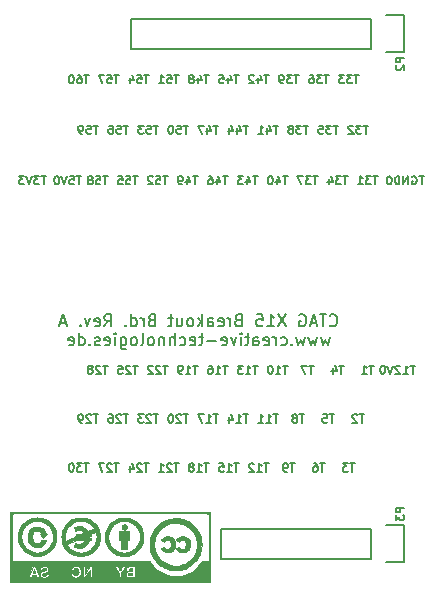
<source format=gbo>
G04 #@! TF.FileFunction,Legend,Bot*
%FSLAX46Y46*%
G04 Gerber Fmt 4.6, Leading zero omitted, Abs format (unit mm)*
G04 Created by KiCad (PCBNEW 4.0.2-stable) date 05/06/2016 08:30:43*
%MOMM*%
G01*
G04 APERTURE LIST*
%ADD10C,0.100000*%
%ADD11C,0.200000*%
%ADD12C,0.150000*%
%ADD13C,0.010000*%
%ADD14C,0.160000*%
G04 APERTURE END LIST*
D10*
D11*
X160785239Y-73737143D02*
X160832858Y-73784762D01*
X160975715Y-73832381D01*
X161070953Y-73832381D01*
X161213811Y-73784762D01*
X161309049Y-73689524D01*
X161356668Y-73594286D01*
X161404287Y-73403810D01*
X161404287Y-73260952D01*
X161356668Y-73070476D01*
X161309049Y-72975238D01*
X161213811Y-72880000D01*
X161070953Y-72832381D01*
X160975715Y-72832381D01*
X160832858Y-72880000D01*
X160785239Y-72927619D01*
X160499525Y-72832381D02*
X159928096Y-72832381D01*
X160213811Y-73832381D02*
X160213811Y-72832381D01*
X159642382Y-73546667D02*
X159166191Y-73546667D01*
X159737620Y-73832381D02*
X159404287Y-72832381D01*
X159070953Y-73832381D01*
X158213810Y-72880000D02*
X158309048Y-72832381D01*
X158451905Y-72832381D01*
X158594763Y-72880000D01*
X158690001Y-72975238D01*
X158737620Y-73070476D01*
X158785239Y-73260952D01*
X158785239Y-73403810D01*
X158737620Y-73594286D01*
X158690001Y-73689524D01*
X158594763Y-73784762D01*
X158451905Y-73832381D01*
X158356667Y-73832381D01*
X158213810Y-73784762D01*
X158166191Y-73737143D01*
X158166191Y-73403810D01*
X158356667Y-73403810D01*
X157070953Y-72832381D02*
X156404286Y-73832381D01*
X156404286Y-72832381D02*
X157070953Y-73832381D01*
X155499524Y-73832381D02*
X156070953Y-73832381D01*
X155785239Y-73832381D02*
X155785239Y-72832381D01*
X155880477Y-72975238D01*
X155975715Y-73070476D01*
X156070953Y-73118095D01*
X154594762Y-72832381D02*
X155070953Y-72832381D01*
X155118572Y-73308571D01*
X155070953Y-73260952D01*
X154975715Y-73213333D01*
X154737619Y-73213333D01*
X154642381Y-73260952D01*
X154594762Y-73308571D01*
X154547143Y-73403810D01*
X154547143Y-73641905D01*
X154594762Y-73737143D01*
X154642381Y-73784762D01*
X154737619Y-73832381D01*
X154975715Y-73832381D01*
X155070953Y-73784762D01*
X155118572Y-73737143D01*
X153023333Y-73308571D02*
X152880476Y-73356190D01*
X152832857Y-73403810D01*
X152785238Y-73499048D01*
X152785238Y-73641905D01*
X152832857Y-73737143D01*
X152880476Y-73784762D01*
X152975714Y-73832381D01*
X153356667Y-73832381D01*
X153356667Y-72832381D01*
X153023333Y-72832381D01*
X152928095Y-72880000D01*
X152880476Y-72927619D01*
X152832857Y-73022857D01*
X152832857Y-73118095D01*
X152880476Y-73213333D01*
X152928095Y-73260952D01*
X153023333Y-73308571D01*
X153356667Y-73308571D01*
X152356667Y-73832381D02*
X152356667Y-73165714D01*
X152356667Y-73356190D02*
X152309048Y-73260952D01*
X152261429Y-73213333D01*
X152166191Y-73165714D01*
X152070952Y-73165714D01*
X151356666Y-73784762D02*
X151451904Y-73832381D01*
X151642381Y-73832381D01*
X151737619Y-73784762D01*
X151785238Y-73689524D01*
X151785238Y-73308571D01*
X151737619Y-73213333D01*
X151642381Y-73165714D01*
X151451904Y-73165714D01*
X151356666Y-73213333D01*
X151309047Y-73308571D01*
X151309047Y-73403810D01*
X151785238Y-73499048D01*
X150451904Y-73832381D02*
X150451904Y-73308571D01*
X150499523Y-73213333D01*
X150594761Y-73165714D01*
X150785238Y-73165714D01*
X150880476Y-73213333D01*
X150451904Y-73784762D02*
X150547142Y-73832381D01*
X150785238Y-73832381D01*
X150880476Y-73784762D01*
X150928095Y-73689524D01*
X150928095Y-73594286D01*
X150880476Y-73499048D01*
X150785238Y-73451429D01*
X150547142Y-73451429D01*
X150451904Y-73403810D01*
X149975714Y-73832381D02*
X149975714Y-72832381D01*
X149880476Y-73451429D02*
X149594761Y-73832381D01*
X149594761Y-73165714D02*
X149975714Y-73546667D01*
X149023333Y-73832381D02*
X149118571Y-73784762D01*
X149166190Y-73737143D01*
X149213809Y-73641905D01*
X149213809Y-73356190D01*
X149166190Y-73260952D01*
X149118571Y-73213333D01*
X149023333Y-73165714D01*
X148880475Y-73165714D01*
X148785237Y-73213333D01*
X148737618Y-73260952D01*
X148689999Y-73356190D01*
X148689999Y-73641905D01*
X148737618Y-73737143D01*
X148785237Y-73784762D01*
X148880475Y-73832381D01*
X149023333Y-73832381D01*
X147832856Y-73165714D02*
X147832856Y-73832381D01*
X148261428Y-73165714D02*
X148261428Y-73689524D01*
X148213809Y-73784762D01*
X148118571Y-73832381D01*
X147975713Y-73832381D01*
X147880475Y-73784762D01*
X147832856Y-73737143D01*
X147499523Y-73165714D02*
X147118571Y-73165714D01*
X147356666Y-72832381D02*
X147356666Y-73689524D01*
X147309047Y-73784762D01*
X147213809Y-73832381D01*
X147118571Y-73832381D01*
X145689998Y-73308571D02*
X145547141Y-73356190D01*
X145499522Y-73403810D01*
X145451903Y-73499048D01*
X145451903Y-73641905D01*
X145499522Y-73737143D01*
X145547141Y-73784762D01*
X145642379Y-73832381D01*
X146023332Y-73832381D01*
X146023332Y-72832381D01*
X145689998Y-72832381D01*
X145594760Y-72880000D01*
X145547141Y-72927619D01*
X145499522Y-73022857D01*
X145499522Y-73118095D01*
X145547141Y-73213333D01*
X145594760Y-73260952D01*
X145689998Y-73308571D01*
X146023332Y-73308571D01*
X145023332Y-73832381D02*
X145023332Y-73165714D01*
X145023332Y-73356190D02*
X144975713Y-73260952D01*
X144928094Y-73213333D01*
X144832856Y-73165714D01*
X144737617Y-73165714D01*
X143975712Y-73832381D02*
X143975712Y-72832381D01*
X143975712Y-73784762D02*
X144070950Y-73832381D01*
X144261427Y-73832381D01*
X144356665Y-73784762D01*
X144404284Y-73737143D01*
X144451903Y-73641905D01*
X144451903Y-73356190D01*
X144404284Y-73260952D01*
X144356665Y-73213333D01*
X144261427Y-73165714D01*
X144070950Y-73165714D01*
X143975712Y-73213333D01*
X143499522Y-73737143D02*
X143451903Y-73784762D01*
X143499522Y-73832381D01*
X143547141Y-73784762D01*
X143499522Y-73737143D01*
X143499522Y-73832381D01*
X141689998Y-73832381D02*
X142023332Y-73356190D01*
X142261427Y-73832381D02*
X142261427Y-72832381D01*
X141880474Y-72832381D01*
X141785236Y-72880000D01*
X141737617Y-72927619D01*
X141689998Y-73022857D01*
X141689998Y-73165714D01*
X141737617Y-73260952D01*
X141785236Y-73308571D01*
X141880474Y-73356190D01*
X142261427Y-73356190D01*
X140880474Y-73784762D02*
X140975712Y-73832381D01*
X141166189Y-73832381D01*
X141261427Y-73784762D01*
X141309046Y-73689524D01*
X141309046Y-73308571D01*
X141261427Y-73213333D01*
X141166189Y-73165714D01*
X140975712Y-73165714D01*
X140880474Y-73213333D01*
X140832855Y-73308571D01*
X140832855Y-73403810D01*
X141309046Y-73499048D01*
X140499522Y-73165714D02*
X140261427Y-73832381D01*
X140023331Y-73165714D01*
X139642379Y-73737143D02*
X139594760Y-73784762D01*
X139642379Y-73832381D01*
X139689998Y-73784762D01*
X139642379Y-73737143D01*
X139642379Y-73832381D01*
X138451903Y-73546667D02*
X137975712Y-73546667D01*
X138547141Y-73832381D02*
X138213808Y-72832381D01*
X137880474Y-73832381D01*
X160785239Y-74765714D02*
X160594763Y-75432381D01*
X160404286Y-74956190D01*
X160213810Y-75432381D01*
X160023334Y-74765714D01*
X159737620Y-74765714D02*
X159547144Y-75432381D01*
X159356667Y-74956190D01*
X159166191Y-75432381D01*
X158975715Y-74765714D01*
X158690001Y-74765714D02*
X158499525Y-75432381D01*
X158309048Y-74956190D01*
X158118572Y-75432381D01*
X157928096Y-74765714D01*
X157547144Y-75337143D02*
X157499525Y-75384762D01*
X157547144Y-75432381D01*
X157594763Y-75384762D01*
X157547144Y-75337143D01*
X157547144Y-75432381D01*
X156642382Y-75384762D02*
X156737620Y-75432381D01*
X156928097Y-75432381D01*
X157023335Y-75384762D01*
X157070954Y-75337143D01*
X157118573Y-75241905D01*
X157118573Y-74956190D01*
X157070954Y-74860952D01*
X157023335Y-74813333D01*
X156928097Y-74765714D01*
X156737620Y-74765714D01*
X156642382Y-74813333D01*
X156213811Y-75432381D02*
X156213811Y-74765714D01*
X156213811Y-74956190D02*
X156166192Y-74860952D01*
X156118573Y-74813333D01*
X156023335Y-74765714D01*
X155928096Y-74765714D01*
X155213810Y-75384762D02*
X155309048Y-75432381D01*
X155499525Y-75432381D01*
X155594763Y-75384762D01*
X155642382Y-75289524D01*
X155642382Y-74908571D01*
X155594763Y-74813333D01*
X155499525Y-74765714D01*
X155309048Y-74765714D01*
X155213810Y-74813333D01*
X155166191Y-74908571D01*
X155166191Y-75003810D01*
X155642382Y-75099048D01*
X154309048Y-75432381D02*
X154309048Y-74908571D01*
X154356667Y-74813333D01*
X154451905Y-74765714D01*
X154642382Y-74765714D01*
X154737620Y-74813333D01*
X154309048Y-75384762D02*
X154404286Y-75432381D01*
X154642382Y-75432381D01*
X154737620Y-75384762D01*
X154785239Y-75289524D01*
X154785239Y-75194286D01*
X154737620Y-75099048D01*
X154642382Y-75051429D01*
X154404286Y-75051429D01*
X154309048Y-75003810D01*
X153975715Y-74765714D02*
X153594763Y-74765714D01*
X153832858Y-74432381D02*
X153832858Y-75289524D01*
X153785239Y-75384762D01*
X153690001Y-75432381D01*
X153594763Y-75432381D01*
X153261429Y-75432381D02*
X153261429Y-74765714D01*
X153261429Y-74432381D02*
X153309048Y-74480000D01*
X153261429Y-74527619D01*
X153213810Y-74480000D01*
X153261429Y-74432381D01*
X153261429Y-74527619D01*
X152880477Y-74765714D02*
X152642382Y-75432381D01*
X152404286Y-74765714D01*
X151642381Y-75384762D02*
X151737619Y-75432381D01*
X151928096Y-75432381D01*
X152023334Y-75384762D01*
X152070953Y-75289524D01*
X152070953Y-74908571D01*
X152023334Y-74813333D01*
X151928096Y-74765714D01*
X151737619Y-74765714D01*
X151642381Y-74813333D01*
X151594762Y-74908571D01*
X151594762Y-75003810D01*
X152070953Y-75099048D01*
X151166191Y-75051429D02*
X150404286Y-75051429D01*
X150070953Y-74765714D02*
X149690001Y-74765714D01*
X149928096Y-74432381D02*
X149928096Y-75289524D01*
X149880477Y-75384762D01*
X149785239Y-75432381D01*
X149690001Y-75432381D01*
X148975714Y-75384762D02*
X149070952Y-75432381D01*
X149261429Y-75432381D01*
X149356667Y-75384762D01*
X149404286Y-75289524D01*
X149404286Y-74908571D01*
X149356667Y-74813333D01*
X149261429Y-74765714D01*
X149070952Y-74765714D01*
X148975714Y-74813333D01*
X148928095Y-74908571D01*
X148928095Y-75003810D01*
X149404286Y-75099048D01*
X148070952Y-75384762D02*
X148166190Y-75432381D01*
X148356667Y-75432381D01*
X148451905Y-75384762D01*
X148499524Y-75337143D01*
X148547143Y-75241905D01*
X148547143Y-74956190D01*
X148499524Y-74860952D01*
X148451905Y-74813333D01*
X148356667Y-74765714D01*
X148166190Y-74765714D01*
X148070952Y-74813333D01*
X147642381Y-75432381D02*
X147642381Y-74432381D01*
X147213809Y-75432381D02*
X147213809Y-74908571D01*
X147261428Y-74813333D01*
X147356666Y-74765714D01*
X147499524Y-74765714D01*
X147594762Y-74813333D01*
X147642381Y-74860952D01*
X146737619Y-74765714D02*
X146737619Y-75432381D01*
X146737619Y-74860952D02*
X146690000Y-74813333D01*
X146594762Y-74765714D01*
X146451904Y-74765714D01*
X146356666Y-74813333D01*
X146309047Y-74908571D01*
X146309047Y-75432381D01*
X145690000Y-75432381D02*
X145785238Y-75384762D01*
X145832857Y-75337143D01*
X145880476Y-75241905D01*
X145880476Y-74956190D01*
X145832857Y-74860952D01*
X145785238Y-74813333D01*
X145690000Y-74765714D01*
X145547142Y-74765714D01*
X145451904Y-74813333D01*
X145404285Y-74860952D01*
X145356666Y-74956190D01*
X145356666Y-75241905D01*
X145404285Y-75337143D01*
X145451904Y-75384762D01*
X145547142Y-75432381D01*
X145690000Y-75432381D01*
X144785238Y-75432381D02*
X144880476Y-75384762D01*
X144928095Y-75289524D01*
X144928095Y-74432381D01*
X144261428Y-75432381D02*
X144356666Y-75384762D01*
X144404285Y-75337143D01*
X144451904Y-75241905D01*
X144451904Y-74956190D01*
X144404285Y-74860952D01*
X144356666Y-74813333D01*
X144261428Y-74765714D01*
X144118570Y-74765714D01*
X144023332Y-74813333D01*
X143975713Y-74860952D01*
X143928094Y-74956190D01*
X143928094Y-75241905D01*
X143975713Y-75337143D01*
X144023332Y-75384762D01*
X144118570Y-75432381D01*
X144261428Y-75432381D01*
X143070951Y-74765714D02*
X143070951Y-75575238D01*
X143118570Y-75670476D01*
X143166189Y-75718095D01*
X143261428Y-75765714D01*
X143404285Y-75765714D01*
X143499523Y-75718095D01*
X143070951Y-75384762D02*
X143166189Y-75432381D01*
X143356666Y-75432381D01*
X143451904Y-75384762D01*
X143499523Y-75337143D01*
X143547142Y-75241905D01*
X143547142Y-74956190D01*
X143499523Y-74860952D01*
X143451904Y-74813333D01*
X143356666Y-74765714D01*
X143166189Y-74765714D01*
X143070951Y-74813333D01*
X142594761Y-75432381D02*
X142594761Y-74765714D01*
X142594761Y-74432381D02*
X142642380Y-74480000D01*
X142594761Y-74527619D01*
X142547142Y-74480000D01*
X142594761Y-74432381D01*
X142594761Y-74527619D01*
X141737618Y-75384762D02*
X141832856Y-75432381D01*
X142023333Y-75432381D01*
X142118571Y-75384762D01*
X142166190Y-75289524D01*
X142166190Y-74908571D01*
X142118571Y-74813333D01*
X142023333Y-74765714D01*
X141832856Y-74765714D01*
X141737618Y-74813333D01*
X141689999Y-74908571D01*
X141689999Y-75003810D01*
X142166190Y-75099048D01*
X141309047Y-75384762D02*
X141213809Y-75432381D01*
X141023333Y-75432381D01*
X140928094Y-75384762D01*
X140880475Y-75289524D01*
X140880475Y-75241905D01*
X140928094Y-75146667D01*
X141023333Y-75099048D01*
X141166190Y-75099048D01*
X141261428Y-75051429D01*
X141309047Y-74956190D01*
X141309047Y-74908571D01*
X141261428Y-74813333D01*
X141166190Y-74765714D01*
X141023333Y-74765714D01*
X140928094Y-74813333D01*
X140451904Y-75337143D02*
X140404285Y-75384762D01*
X140451904Y-75432381D01*
X140499523Y-75384762D01*
X140451904Y-75337143D01*
X140451904Y-75432381D01*
X139547142Y-75432381D02*
X139547142Y-74432381D01*
X139547142Y-75384762D02*
X139642380Y-75432381D01*
X139832857Y-75432381D01*
X139928095Y-75384762D01*
X139975714Y-75337143D01*
X140023333Y-75241905D01*
X140023333Y-74956190D01*
X139975714Y-74860952D01*
X139928095Y-74813333D01*
X139832857Y-74765714D01*
X139642380Y-74765714D01*
X139547142Y-74813333D01*
X138689999Y-75384762D02*
X138785237Y-75432381D01*
X138975714Y-75432381D01*
X139070952Y-75384762D01*
X139118571Y-75289524D01*
X139118571Y-74908571D01*
X139070952Y-74813333D01*
X138975714Y-74765714D01*
X138785237Y-74765714D01*
X138689999Y-74813333D01*
X138642380Y-74908571D01*
X138642380Y-75003810D01*
X139118571Y-75099048D01*
D12*
X164230000Y-47790000D02*
X143910000Y-47790000D01*
X143910000Y-47790000D02*
X143910000Y-50330000D01*
X143910000Y-50330000D02*
X164230000Y-50330000D01*
X167050000Y-47510000D02*
X165500000Y-47510000D01*
X164230000Y-47790000D02*
X164230000Y-50330000D01*
X165500000Y-50610000D02*
X167050000Y-50610000D01*
X167050000Y-50610000D02*
X167050000Y-47510000D01*
X164230000Y-90970000D02*
X151530000Y-90970000D01*
X151530000Y-90970000D02*
X151530000Y-93510000D01*
X151530000Y-93510000D02*
X164230000Y-93510000D01*
X167050000Y-90690000D02*
X165500000Y-90690000D01*
X164230000Y-90970000D02*
X164230000Y-93510000D01*
X165500000Y-93790000D02*
X167050000Y-93790000D01*
X167050000Y-93790000D02*
X167050000Y-90690000D01*
D13*
G36*
X133743333Y-95463333D02*
X150676666Y-95463333D01*
X150676666Y-95092917D01*
X144294916Y-95092917D01*
X144026962Y-95092917D01*
X143938446Y-95092657D01*
X143868246Y-95091780D01*
X143813518Y-95090137D01*
X143771419Y-95087580D01*
X143739104Y-95083958D01*
X143713727Y-95079126D01*
X143701822Y-95075934D01*
X143628228Y-95044501D01*
X143570231Y-94999583D01*
X143528853Y-94943046D01*
X143505115Y-94876751D01*
X143500036Y-94802564D01*
X143512386Y-94730148D01*
X143533360Y-94684812D01*
X143567486Y-94641647D01*
X143608126Y-94608275D01*
X143627221Y-94598293D01*
X143663649Y-94583073D01*
X143630395Y-94562019D01*
X143588238Y-94523156D01*
X143559562Y-94469904D01*
X143546881Y-94413129D01*
X143547536Y-94340067D01*
X143565785Y-94278720D01*
X143601775Y-94228820D01*
X143655650Y-94190099D01*
X143672901Y-94181696D01*
X143690581Y-94174161D01*
X143707931Y-94168259D01*
X143727812Y-94163748D01*
X143753015Y-94160395D01*
X143466745Y-94160395D01*
X143466502Y-94164496D01*
X143459811Y-94176839D01*
X143443514Y-94204899D01*
X143419016Y-94246313D01*
X143387723Y-94298721D01*
X143351042Y-94359763D01*
X143310378Y-94427078D01*
X143295899Y-94450968D01*
X143130750Y-94723227D01*
X143130750Y-95092917D01*
X142908500Y-95092917D01*
X140654250Y-95092917D01*
X140453166Y-95092917D01*
X140453166Y-94473985D01*
X140260999Y-94783451D01*
X140068831Y-95092917D01*
X139849916Y-95092917D01*
X139849916Y-94626800D01*
X139722339Y-94626800D01*
X139713160Y-94730695D01*
X139706418Y-94764402D01*
X139676716Y-94852342D01*
X139630849Y-94931866D01*
X139571432Y-95000209D01*
X139501077Y-95054605D01*
X139422398Y-95092285D01*
X139386939Y-95102593D01*
X139338976Y-95109759D01*
X139279971Y-95112631D01*
X139218124Y-95111349D01*
X139161637Y-95106052D01*
X139122636Y-95098109D01*
X139048841Y-95066268D01*
X138980802Y-95018145D01*
X138927801Y-94961755D01*
X138902476Y-94921330D01*
X138878721Y-94871735D01*
X138859358Y-94820182D01*
X138847609Y-94775417D01*
X137003000Y-94775417D01*
X137003000Y-94821351D01*
X136995909Y-94866383D01*
X136977189Y-94917630D01*
X136950673Y-94967282D01*
X136920191Y-95007526D01*
X136904784Y-95021586D01*
X136850508Y-95058628D01*
X136797267Y-95084622D01*
X136739838Y-95100994D01*
X136672999Y-95109169D01*
X136591529Y-95110573D01*
X136579666Y-95110334D01*
X136523693Y-95108451D01*
X136482748Y-95105164D01*
X136450698Y-95099405D01*
X136430265Y-95092917D01*
X136197946Y-95092917D01*
X135978162Y-95092917D01*
X135944666Y-94992375D01*
X135911171Y-94891833D01*
X135566159Y-94891833D01*
X135530816Y-94992375D01*
X135495474Y-95092917D01*
X135386695Y-95092917D01*
X135341626Y-95092198D01*
X135305701Y-95090259D01*
X135283330Y-95087420D01*
X135278090Y-95084979D01*
X135281732Y-95073749D01*
X135292094Y-95044699D01*
X135308443Y-94999818D01*
X135330044Y-94941098D01*
X135356162Y-94870528D01*
X135386064Y-94790098D01*
X135419015Y-94701798D01*
X135450888Y-94616667D01*
X135623512Y-94156292D01*
X135842959Y-94156292D01*
X135997116Y-94563750D01*
X136031387Y-94654312D01*
X136064162Y-94740885D01*
X136094496Y-94820970D01*
X136121440Y-94892071D01*
X136144050Y-94951688D01*
X136161378Y-94997326D01*
X136172477Y-95026487D01*
X136174609Y-95032062D01*
X136197946Y-95092917D01*
X136430265Y-95092917D01*
X136421409Y-95090105D01*
X136391839Y-95077597D01*
X136321274Y-95035825D01*
X136267618Y-94982273D01*
X136231689Y-94917829D01*
X136224392Y-94896171D01*
X136212444Y-94822215D01*
X136219379Y-94751849D01*
X136244198Y-94688150D01*
X136285901Y-94634193D01*
X136317977Y-94608203D01*
X136338393Y-94594555D01*
X136356184Y-94583807D01*
X136374973Y-94574628D01*
X136398384Y-94565688D01*
X136430043Y-94555656D01*
X136473573Y-94543203D01*
X136532597Y-94526999D01*
X136558328Y-94519994D01*
X136627142Y-94500778D01*
X136678187Y-94485026D01*
X136714298Y-94471372D01*
X136738314Y-94458449D01*
X136753071Y-94444890D01*
X136761407Y-94429329D01*
X136763906Y-94420968D01*
X136763599Y-94383160D01*
X136745519Y-94349093D01*
X136713047Y-94321779D01*
X136669564Y-94304231D01*
X136627291Y-94299242D01*
X136562100Y-94306441D01*
X136510956Y-94327354D01*
X136475146Y-94361168D01*
X136455957Y-94407072D01*
X136455898Y-94407365D01*
X136450021Y-94436750D01*
X136345510Y-94436750D01*
X136294733Y-94436480D01*
X136262291Y-94433659D01*
X136245356Y-94425271D01*
X136241102Y-94408297D01*
X136246701Y-94379720D01*
X136257472Y-94342790D01*
X136287026Y-94279005D01*
X136333514Y-94224919D01*
X136394426Y-94181866D01*
X136467254Y-94151181D01*
X136549488Y-94134196D01*
X136638618Y-94132246D01*
X136651667Y-94133264D01*
X136717035Y-94141470D01*
X136768596Y-94154116D01*
X136813604Y-94173493D01*
X136851083Y-94196264D01*
X136907189Y-94242243D01*
X136944302Y-94293322D01*
X136964536Y-94353031D01*
X136969424Y-94393906D01*
X136968983Y-94457988D01*
X136958240Y-94508454D01*
X136935401Y-94551067D01*
X136912014Y-94578535D01*
X136883292Y-94604920D01*
X136851095Y-94627030D01*
X136811498Y-94646690D01*
X136760576Y-94665728D01*
X136694401Y-94685969D01*
X136661175Y-94695252D01*
X136607829Y-94710306D01*
X136558421Y-94725026D01*
X136518468Y-94737721D01*
X136493543Y-94746674D01*
X136452354Y-94772705D01*
X136428321Y-94806448D01*
X136421506Y-94843738D01*
X136431974Y-94880404D01*
X136459788Y-94912280D01*
X136490751Y-94929993D01*
X136526335Y-94939018D01*
X136573856Y-94943698D01*
X136624512Y-94943881D01*
X136669497Y-94939413D01*
X136692748Y-94933493D01*
X136738897Y-94905570D01*
X136774767Y-94863399D01*
X136793046Y-94820624D01*
X136804429Y-94775417D01*
X137003000Y-94775417D01*
X138847609Y-94775417D01*
X138847206Y-94773882D01*
X138844500Y-94748736D01*
X138845219Y-94736598D01*
X138850014Y-94728935D01*
X138862845Y-94724719D01*
X138887668Y-94722919D01*
X138928443Y-94722507D01*
X138945374Y-94722500D01*
X138997682Y-94723507D01*
X139030980Y-94726703D01*
X139047337Y-94732351D01*
X139049712Y-94735729D01*
X139067978Y-94794475D01*
X139088548Y-94842307D01*
X139100828Y-94862969D01*
X139139147Y-94900221D01*
X139189124Y-94923787D01*
X139246150Y-94933526D01*
X139305617Y-94929297D01*
X139362917Y-94910958D01*
X139413441Y-94878368D01*
X139419615Y-94872751D01*
X139459973Y-94820940D01*
X139487886Y-94756892D01*
X139503477Y-94684934D01*
X139506872Y-94609394D01*
X139498195Y-94534600D01*
X139477570Y-94464879D01*
X139445124Y-94404561D01*
X139404878Y-94361042D01*
X139354263Y-94332036D01*
X139294263Y-94315890D01*
X139233527Y-94314415D01*
X139206379Y-94319524D01*
X139161407Y-94339442D01*
X139118533Y-94371268D01*
X139084246Y-94409284D01*
X139066519Y-94442740D01*
X139054525Y-94479083D01*
X138954804Y-94479083D01*
X138908454Y-94478887D01*
X138879289Y-94477604D01*
X138863330Y-94474195D01*
X138856595Y-94467620D01*
X138855103Y-94456837D01*
X138855083Y-94453022D01*
X138858754Y-94428696D01*
X138868190Y-94394015D01*
X138876603Y-94369444D01*
X138914251Y-94297784D01*
X138967922Y-94237245D01*
X139034906Y-94189090D01*
X139112496Y-94154580D01*
X139197983Y-94134979D01*
X139288660Y-94131548D01*
X139365208Y-94141733D01*
X139453461Y-94170634D01*
X139531187Y-94216440D01*
X139597255Y-94277085D01*
X139650535Y-94350507D01*
X139689896Y-94434642D01*
X139714208Y-94527427D01*
X139722339Y-94626800D01*
X139849916Y-94626800D01*
X139849916Y-94151000D01*
X140051000Y-94151000D01*
X140051000Y-94778313D01*
X140245004Y-94467302D01*
X140439009Y-94156292D01*
X140546629Y-94153275D01*
X140654250Y-94150259D01*
X140654250Y-95092917D01*
X142908500Y-95092917D01*
X142908500Y-94726881D01*
X142739219Y-94446878D01*
X142697322Y-94377321D01*
X142659195Y-94313533D01*
X142626167Y-94257774D01*
X142599567Y-94212306D01*
X142580722Y-94179390D01*
X142570961Y-94161290D01*
X142569886Y-94158591D01*
X142579730Y-94155527D01*
X142606476Y-94153526D01*
X142645876Y-94152779D01*
X142687187Y-94153299D01*
X142804541Y-94156292D01*
X142907255Y-94330917D01*
X142939632Y-94384853D01*
X142968868Y-94431472D01*
X142993160Y-94468063D01*
X143010703Y-94491919D01*
X143019694Y-94500329D01*
X143019998Y-94500250D01*
X143028362Y-94489866D01*
X143045566Y-94464186D01*
X143069731Y-94426166D01*
X143098979Y-94378761D01*
X143131013Y-94325625D01*
X143232001Y-94156292D01*
X143351978Y-94153287D01*
X143404944Y-94152402D01*
X143439748Y-94153099D01*
X143459360Y-94155666D01*
X143466745Y-94160395D01*
X143753015Y-94160395D01*
X143753083Y-94160386D01*
X143786602Y-94157928D01*
X143831230Y-94156134D01*
X143889826Y-94154760D01*
X143965249Y-94153563D01*
X144011812Y-94152934D01*
X144294916Y-94149208D01*
X144294916Y-95092917D01*
X150676666Y-95092917D01*
X150676666Y-91759855D01*
X150539083Y-91759855D01*
X150539083Y-93695917D01*
X149928268Y-93695917D01*
X149876792Y-93783229D01*
X149850146Y-93825857D01*
X149814896Y-93878644D01*
X149775493Y-93935087D01*
X149736386Y-93988685D01*
X149733709Y-93992250D01*
X149588795Y-94167705D01*
X149430169Y-94327976D01*
X149259114Y-94472479D01*
X149076917Y-94600632D01*
X148884863Y-94711853D01*
X148684236Y-94805560D01*
X148476321Y-94881170D01*
X148262403Y-94938102D01*
X148043768Y-94975772D01*
X147821700Y-94993599D01*
X147597484Y-94991000D01*
X147538708Y-94986883D01*
X147307398Y-94957993D01*
X147084921Y-94909974D01*
X146870503Y-94842560D01*
X146663375Y-94755486D01*
X146462763Y-94648484D01*
X146347216Y-94575944D01*
X146159081Y-94438802D01*
X145986665Y-94287507D01*
X145829733Y-94121817D01*
X145688051Y-93941490D01*
X145592164Y-93797318D01*
X145529453Y-93695917D01*
X133880916Y-93695917D01*
X133880976Y-91767104D01*
X133881041Y-91509799D01*
X133881220Y-91269039D01*
X133881511Y-91045182D01*
X133881912Y-90838585D01*
X133882421Y-90649605D01*
X133883036Y-90478599D01*
X133883756Y-90325925D01*
X133884577Y-90191940D01*
X133885499Y-90077001D01*
X133886519Y-89981464D01*
X133887636Y-89905688D01*
X133888847Y-89850030D01*
X133890152Y-89814847D01*
X133891455Y-89800780D01*
X133910466Y-89762323D01*
X133942641Y-89724632D01*
X133981025Y-89695050D01*
X134000668Y-89685482D01*
X134010537Y-89684723D01*
X134036162Y-89683993D01*
X134077724Y-89683291D01*
X134135408Y-89682617D01*
X134209396Y-89681972D01*
X134299871Y-89681355D01*
X134407017Y-89680765D01*
X134531016Y-89680203D01*
X134672051Y-89679667D01*
X134830305Y-89679159D01*
X135005962Y-89678677D01*
X135199203Y-89678222D01*
X135410214Y-89677793D01*
X135639175Y-89677390D01*
X135886270Y-89677012D01*
X136151683Y-89676660D01*
X136435597Y-89676333D01*
X136738193Y-89676030D01*
X137059656Y-89675753D01*
X137400168Y-89675499D01*
X137759912Y-89675270D01*
X138139072Y-89675065D01*
X138537830Y-89674884D01*
X138956369Y-89674725D01*
X139394873Y-89674590D01*
X139853524Y-89674478D01*
X140332505Y-89674389D01*
X140832000Y-89674321D01*
X141352191Y-89674276D01*
X141893261Y-89674253D01*
X142211029Y-89674250D01*
X142719019Y-89674254D01*
X143206256Y-89674268D01*
X143673152Y-89674291D01*
X144120122Y-89674325D01*
X144547577Y-89674370D01*
X144955933Y-89674427D01*
X145345600Y-89674497D01*
X145716994Y-89674580D01*
X146070527Y-89674678D01*
X146406612Y-89674791D01*
X146725662Y-89674919D01*
X147028091Y-89675064D01*
X147314312Y-89675226D01*
X147584739Y-89675406D01*
X147839783Y-89675605D01*
X148079859Y-89675823D01*
X148305380Y-89676061D01*
X148516760Y-89676320D01*
X148714410Y-89676600D01*
X148898745Y-89676903D01*
X149070177Y-89677229D01*
X149229120Y-89677578D01*
X149375988Y-89677952D01*
X149511192Y-89678352D01*
X149635148Y-89678777D01*
X149748267Y-89679229D01*
X149850962Y-89679708D01*
X149943649Y-89680216D01*
X150026738Y-89680752D01*
X150100644Y-89681318D01*
X150165780Y-89681915D01*
X150222559Y-89682543D01*
X150271395Y-89683202D01*
X150312699Y-89683894D01*
X150346887Y-89684619D01*
X150374370Y-89685379D01*
X150395563Y-89686173D01*
X150410878Y-89687002D01*
X150420728Y-89687868D01*
X150425527Y-89688771D01*
X150425652Y-89688821D01*
X150467504Y-89715294D01*
X150504404Y-89753567D01*
X150527827Y-89794001D01*
X150529382Y-89806672D01*
X150530814Y-89836329D01*
X150532126Y-89883284D01*
X150533318Y-89947845D01*
X150534393Y-90030324D01*
X150535352Y-90131030D01*
X150536197Y-90250274D01*
X150536930Y-90388366D01*
X150537553Y-90545615D01*
X150538067Y-90722333D01*
X150538474Y-90918829D01*
X150538776Y-91135414D01*
X150538975Y-91372398D01*
X150539072Y-91630090D01*
X150539083Y-91759855D01*
X150676666Y-91759855D01*
X150676666Y-89536667D01*
X133743333Y-89536667D01*
X133743333Y-95463333D01*
X133743333Y-95463333D01*
G37*
X133743333Y-95463333D02*
X150676666Y-95463333D01*
X150676666Y-95092917D01*
X144294916Y-95092917D01*
X144026962Y-95092917D01*
X143938446Y-95092657D01*
X143868246Y-95091780D01*
X143813518Y-95090137D01*
X143771419Y-95087580D01*
X143739104Y-95083958D01*
X143713727Y-95079126D01*
X143701822Y-95075934D01*
X143628228Y-95044501D01*
X143570231Y-94999583D01*
X143528853Y-94943046D01*
X143505115Y-94876751D01*
X143500036Y-94802564D01*
X143512386Y-94730148D01*
X143533360Y-94684812D01*
X143567486Y-94641647D01*
X143608126Y-94608275D01*
X143627221Y-94598293D01*
X143663649Y-94583073D01*
X143630395Y-94562019D01*
X143588238Y-94523156D01*
X143559562Y-94469904D01*
X143546881Y-94413129D01*
X143547536Y-94340067D01*
X143565785Y-94278720D01*
X143601775Y-94228820D01*
X143655650Y-94190099D01*
X143672901Y-94181696D01*
X143690581Y-94174161D01*
X143707931Y-94168259D01*
X143727812Y-94163748D01*
X143753015Y-94160395D01*
X143466745Y-94160395D01*
X143466502Y-94164496D01*
X143459811Y-94176839D01*
X143443514Y-94204899D01*
X143419016Y-94246313D01*
X143387723Y-94298721D01*
X143351042Y-94359763D01*
X143310378Y-94427078D01*
X143295899Y-94450968D01*
X143130750Y-94723227D01*
X143130750Y-95092917D01*
X142908500Y-95092917D01*
X140654250Y-95092917D01*
X140453166Y-95092917D01*
X140453166Y-94473985D01*
X140260999Y-94783451D01*
X140068831Y-95092917D01*
X139849916Y-95092917D01*
X139849916Y-94626800D01*
X139722339Y-94626800D01*
X139713160Y-94730695D01*
X139706418Y-94764402D01*
X139676716Y-94852342D01*
X139630849Y-94931866D01*
X139571432Y-95000209D01*
X139501077Y-95054605D01*
X139422398Y-95092285D01*
X139386939Y-95102593D01*
X139338976Y-95109759D01*
X139279971Y-95112631D01*
X139218124Y-95111349D01*
X139161637Y-95106052D01*
X139122636Y-95098109D01*
X139048841Y-95066268D01*
X138980802Y-95018145D01*
X138927801Y-94961755D01*
X138902476Y-94921330D01*
X138878721Y-94871735D01*
X138859358Y-94820182D01*
X138847609Y-94775417D01*
X137003000Y-94775417D01*
X137003000Y-94821351D01*
X136995909Y-94866383D01*
X136977189Y-94917630D01*
X136950673Y-94967282D01*
X136920191Y-95007526D01*
X136904784Y-95021586D01*
X136850508Y-95058628D01*
X136797267Y-95084622D01*
X136739838Y-95100994D01*
X136672999Y-95109169D01*
X136591529Y-95110573D01*
X136579666Y-95110334D01*
X136523693Y-95108451D01*
X136482748Y-95105164D01*
X136450698Y-95099405D01*
X136430265Y-95092917D01*
X136197946Y-95092917D01*
X135978162Y-95092917D01*
X135944666Y-94992375D01*
X135911171Y-94891833D01*
X135566159Y-94891833D01*
X135530816Y-94992375D01*
X135495474Y-95092917D01*
X135386695Y-95092917D01*
X135341626Y-95092198D01*
X135305701Y-95090259D01*
X135283330Y-95087420D01*
X135278090Y-95084979D01*
X135281732Y-95073749D01*
X135292094Y-95044699D01*
X135308443Y-94999818D01*
X135330044Y-94941098D01*
X135356162Y-94870528D01*
X135386064Y-94790098D01*
X135419015Y-94701798D01*
X135450888Y-94616667D01*
X135623512Y-94156292D01*
X135842959Y-94156292D01*
X135997116Y-94563750D01*
X136031387Y-94654312D01*
X136064162Y-94740885D01*
X136094496Y-94820970D01*
X136121440Y-94892071D01*
X136144050Y-94951688D01*
X136161378Y-94997326D01*
X136172477Y-95026487D01*
X136174609Y-95032062D01*
X136197946Y-95092917D01*
X136430265Y-95092917D01*
X136421409Y-95090105D01*
X136391839Y-95077597D01*
X136321274Y-95035825D01*
X136267618Y-94982273D01*
X136231689Y-94917829D01*
X136224392Y-94896171D01*
X136212444Y-94822215D01*
X136219379Y-94751849D01*
X136244198Y-94688150D01*
X136285901Y-94634193D01*
X136317977Y-94608203D01*
X136338393Y-94594555D01*
X136356184Y-94583807D01*
X136374973Y-94574628D01*
X136398384Y-94565688D01*
X136430043Y-94555656D01*
X136473573Y-94543203D01*
X136532597Y-94526999D01*
X136558328Y-94519994D01*
X136627142Y-94500778D01*
X136678187Y-94485026D01*
X136714298Y-94471372D01*
X136738314Y-94458449D01*
X136753071Y-94444890D01*
X136761407Y-94429329D01*
X136763906Y-94420968D01*
X136763599Y-94383160D01*
X136745519Y-94349093D01*
X136713047Y-94321779D01*
X136669564Y-94304231D01*
X136627291Y-94299242D01*
X136562100Y-94306441D01*
X136510956Y-94327354D01*
X136475146Y-94361168D01*
X136455957Y-94407072D01*
X136455898Y-94407365D01*
X136450021Y-94436750D01*
X136345510Y-94436750D01*
X136294733Y-94436480D01*
X136262291Y-94433659D01*
X136245356Y-94425271D01*
X136241102Y-94408297D01*
X136246701Y-94379720D01*
X136257472Y-94342790D01*
X136287026Y-94279005D01*
X136333514Y-94224919D01*
X136394426Y-94181866D01*
X136467254Y-94151181D01*
X136549488Y-94134196D01*
X136638618Y-94132246D01*
X136651667Y-94133264D01*
X136717035Y-94141470D01*
X136768596Y-94154116D01*
X136813604Y-94173493D01*
X136851083Y-94196264D01*
X136907189Y-94242243D01*
X136944302Y-94293322D01*
X136964536Y-94353031D01*
X136969424Y-94393906D01*
X136968983Y-94457988D01*
X136958240Y-94508454D01*
X136935401Y-94551067D01*
X136912014Y-94578535D01*
X136883292Y-94604920D01*
X136851095Y-94627030D01*
X136811498Y-94646690D01*
X136760576Y-94665728D01*
X136694401Y-94685969D01*
X136661175Y-94695252D01*
X136607829Y-94710306D01*
X136558421Y-94725026D01*
X136518468Y-94737721D01*
X136493543Y-94746674D01*
X136452354Y-94772705D01*
X136428321Y-94806448D01*
X136421506Y-94843738D01*
X136431974Y-94880404D01*
X136459788Y-94912280D01*
X136490751Y-94929993D01*
X136526335Y-94939018D01*
X136573856Y-94943698D01*
X136624512Y-94943881D01*
X136669497Y-94939413D01*
X136692748Y-94933493D01*
X136738897Y-94905570D01*
X136774767Y-94863399D01*
X136793046Y-94820624D01*
X136804429Y-94775417D01*
X137003000Y-94775417D01*
X138847609Y-94775417D01*
X138847206Y-94773882D01*
X138844500Y-94748736D01*
X138845219Y-94736598D01*
X138850014Y-94728935D01*
X138862845Y-94724719D01*
X138887668Y-94722919D01*
X138928443Y-94722507D01*
X138945374Y-94722500D01*
X138997682Y-94723507D01*
X139030980Y-94726703D01*
X139047337Y-94732351D01*
X139049712Y-94735729D01*
X139067978Y-94794475D01*
X139088548Y-94842307D01*
X139100828Y-94862969D01*
X139139147Y-94900221D01*
X139189124Y-94923787D01*
X139246150Y-94933526D01*
X139305617Y-94929297D01*
X139362917Y-94910958D01*
X139413441Y-94878368D01*
X139419615Y-94872751D01*
X139459973Y-94820940D01*
X139487886Y-94756892D01*
X139503477Y-94684934D01*
X139506872Y-94609394D01*
X139498195Y-94534600D01*
X139477570Y-94464879D01*
X139445124Y-94404561D01*
X139404878Y-94361042D01*
X139354263Y-94332036D01*
X139294263Y-94315890D01*
X139233527Y-94314415D01*
X139206379Y-94319524D01*
X139161407Y-94339442D01*
X139118533Y-94371268D01*
X139084246Y-94409284D01*
X139066519Y-94442740D01*
X139054525Y-94479083D01*
X138954804Y-94479083D01*
X138908454Y-94478887D01*
X138879289Y-94477604D01*
X138863330Y-94474195D01*
X138856595Y-94467620D01*
X138855103Y-94456837D01*
X138855083Y-94453022D01*
X138858754Y-94428696D01*
X138868190Y-94394015D01*
X138876603Y-94369444D01*
X138914251Y-94297784D01*
X138967922Y-94237245D01*
X139034906Y-94189090D01*
X139112496Y-94154580D01*
X139197983Y-94134979D01*
X139288660Y-94131548D01*
X139365208Y-94141733D01*
X139453461Y-94170634D01*
X139531187Y-94216440D01*
X139597255Y-94277085D01*
X139650535Y-94350507D01*
X139689896Y-94434642D01*
X139714208Y-94527427D01*
X139722339Y-94626800D01*
X139849916Y-94626800D01*
X139849916Y-94151000D01*
X140051000Y-94151000D01*
X140051000Y-94778313D01*
X140245004Y-94467302D01*
X140439009Y-94156292D01*
X140546629Y-94153275D01*
X140654250Y-94150259D01*
X140654250Y-95092917D01*
X142908500Y-95092917D01*
X142908500Y-94726881D01*
X142739219Y-94446878D01*
X142697322Y-94377321D01*
X142659195Y-94313533D01*
X142626167Y-94257774D01*
X142599567Y-94212306D01*
X142580722Y-94179390D01*
X142570961Y-94161290D01*
X142569886Y-94158591D01*
X142579730Y-94155527D01*
X142606476Y-94153526D01*
X142645876Y-94152779D01*
X142687187Y-94153299D01*
X142804541Y-94156292D01*
X142907255Y-94330917D01*
X142939632Y-94384853D01*
X142968868Y-94431472D01*
X142993160Y-94468063D01*
X143010703Y-94491919D01*
X143019694Y-94500329D01*
X143019998Y-94500250D01*
X143028362Y-94489866D01*
X143045566Y-94464186D01*
X143069731Y-94426166D01*
X143098979Y-94378761D01*
X143131013Y-94325625D01*
X143232001Y-94156292D01*
X143351978Y-94153287D01*
X143404944Y-94152402D01*
X143439748Y-94153099D01*
X143459360Y-94155666D01*
X143466745Y-94160395D01*
X143753015Y-94160395D01*
X143753083Y-94160386D01*
X143786602Y-94157928D01*
X143831230Y-94156134D01*
X143889826Y-94154760D01*
X143965249Y-94153563D01*
X144011812Y-94152934D01*
X144294916Y-94149208D01*
X144294916Y-95092917D01*
X150676666Y-95092917D01*
X150676666Y-91759855D01*
X150539083Y-91759855D01*
X150539083Y-93695917D01*
X149928268Y-93695917D01*
X149876792Y-93783229D01*
X149850146Y-93825857D01*
X149814896Y-93878644D01*
X149775493Y-93935087D01*
X149736386Y-93988685D01*
X149733709Y-93992250D01*
X149588795Y-94167705D01*
X149430169Y-94327976D01*
X149259114Y-94472479D01*
X149076917Y-94600632D01*
X148884863Y-94711853D01*
X148684236Y-94805560D01*
X148476321Y-94881170D01*
X148262403Y-94938102D01*
X148043768Y-94975772D01*
X147821700Y-94993599D01*
X147597484Y-94991000D01*
X147538708Y-94986883D01*
X147307398Y-94957993D01*
X147084921Y-94909974D01*
X146870503Y-94842560D01*
X146663375Y-94755486D01*
X146462763Y-94648484D01*
X146347216Y-94575944D01*
X146159081Y-94438802D01*
X145986665Y-94287507D01*
X145829733Y-94121817D01*
X145688051Y-93941490D01*
X145592164Y-93797318D01*
X145529453Y-93695917D01*
X133880916Y-93695917D01*
X133880976Y-91767104D01*
X133881041Y-91509799D01*
X133881220Y-91269039D01*
X133881511Y-91045182D01*
X133881912Y-90838585D01*
X133882421Y-90649605D01*
X133883036Y-90478599D01*
X133883756Y-90325925D01*
X133884577Y-90191940D01*
X133885499Y-90077001D01*
X133886519Y-89981464D01*
X133887636Y-89905688D01*
X133888847Y-89850030D01*
X133890152Y-89814847D01*
X133891455Y-89800780D01*
X133910466Y-89762323D01*
X133942641Y-89724632D01*
X133981025Y-89695050D01*
X134000668Y-89685482D01*
X134010537Y-89684723D01*
X134036162Y-89683993D01*
X134077724Y-89683291D01*
X134135408Y-89682617D01*
X134209396Y-89681972D01*
X134299871Y-89681355D01*
X134407017Y-89680765D01*
X134531016Y-89680203D01*
X134672051Y-89679667D01*
X134830305Y-89679159D01*
X135005962Y-89678677D01*
X135199203Y-89678222D01*
X135410214Y-89677793D01*
X135639175Y-89677390D01*
X135886270Y-89677012D01*
X136151683Y-89676660D01*
X136435597Y-89676333D01*
X136738193Y-89676030D01*
X137059656Y-89675753D01*
X137400168Y-89675499D01*
X137759912Y-89675270D01*
X138139072Y-89675065D01*
X138537830Y-89674884D01*
X138956369Y-89674725D01*
X139394873Y-89674590D01*
X139853524Y-89674478D01*
X140332505Y-89674389D01*
X140832000Y-89674321D01*
X141352191Y-89674276D01*
X141893261Y-89674253D01*
X142211029Y-89674250D01*
X142719019Y-89674254D01*
X143206256Y-89674268D01*
X143673152Y-89674291D01*
X144120122Y-89674325D01*
X144547577Y-89674370D01*
X144955933Y-89674427D01*
X145345600Y-89674497D01*
X145716994Y-89674580D01*
X146070527Y-89674678D01*
X146406612Y-89674791D01*
X146725662Y-89674919D01*
X147028091Y-89675064D01*
X147314312Y-89675226D01*
X147584739Y-89675406D01*
X147839783Y-89675605D01*
X148079859Y-89675823D01*
X148305380Y-89676061D01*
X148516760Y-89676320D01*
X148714410Y-89676600D01*
X148898745Y-89676903D01*
X149070177Y-89677229D01*
X149229120Y-89677578D01*
X149375988Y-89677952D01*
X149511192Y-89678352D01*
X149635148Y-89678777D01*
X149748267Y-89679229D01*
X149850962Y-89679708D01*
X149943649Y-89680216D01*
X150026738Y-89680752D01*
X150100644Y-89681318D01*
X150165780Y-89681915D01*
X150222559Y-89682543D01*
X150271395Y-89683202D01*
X150312699Y-89683894D01*
X150346887Y-89684619D01*
X150374370Y-89685379D01*
X150395563Y-89686173D01*
X150410878Y-89687002D01*
X150420728Y-89687868D01*
X150425527Y-89688771D01*
X150425652Y-89688821D01*
X150467504Y-89715294D01*
X150504404Y-89753567D01*
X150527827Y-89794001D01*
X150529382Y-89806672D01*
X150530814Y-89836329D01*
X150532126Y-89883284D01*
X150533318Y-89947845D01*
X150534393Y-90030324D01*
X150535352Y-90131030D01*
X150536197Y-90250274D01*
X150536930Y-90388366D01*
X150537553Y-90545615D01*
X150538067Y-90722333D01*
X150538474Y-90918829D01*
X150538776Y-91135414D01*
X150538975Y-91372398D01*
X150539072Y-91630090D01*
X150539083Y-91759855D01*
X150676666Y-91759855D01*
X150676666Y-89536667D01*
X133743333Y-89536667D01*
X133743333Y-95463333D01*
G36*
X143943021Y-94680183D02*
X143864796Y-94682676D01*
X143805215Y-94690858D01*
X143762261Y-94705814D01*
X143733919Y-94728629D01*
X143718172Y-94760389D01*
X143713004Y-94802179D01*
X143712989Y-94804023D01*
X143716576Y-94844518D01*
X143729242Y-94875206D01*
X143753217Y-94897264D01*
X143790728Y-94911869D01*
X143844006Y-94920200D01*
X143915277Y-94923431D01*
X143939328Y-94923583D01*
X144072666Y-94923583D01*
X144072666Y-94680167D01*
X143943021Y-94680183D01*
X143943021Y-94680183D01*
G37*
X143943021Y-94680183D02*
X143864796Y-94682676D01*
X143805215Y-94690858D01*
X143762261Y-94705814D01*
X143733919Y-94728629D01*
X143718172Y-94760389D01*
X143713004Y-94802179D01*
X143712989Y-94804023D01*
X143716576Y-94844518D01*
X143729242Y-94875206D01*
X143753217Y-94897264D01*
X143790728Y-94911869D01*
X143844006Y-94920200D01*
X143915277Y-94923431D01*
X143939328Y-94923583D01*
X144072666Y-94923583D01*
X144072666Y-94680167D01*
X143943021Y-94680183D01*
G36*
X143887506Y-94322735D02*
X143832394Y-94330663D01*
X143793753Y-94345202D01*
X143769471Y-94367438D01*
X143757435Y-94398456D01*
X143755166Y-94426167D01*
X143759468Y-94464253D01*
X143773871Y-94492571D01*
X143800621Y-94512307D01*
X143841963Y-94524645D01*
X143900145Y-94530770D01*
X143955724Y-94532000D01*
X144072666Y-94532000D01*
X144072666Y-94320333D01*
X143961202Y-94320333D01*
X143887506Y-94322735D01*
X143887506Y-94322735D01*
G37*
X143887506Y-94322735D02*
X143832394Y-94330663D01*
X143793753Y-94345202D01*
X143769471Y-94367438D01*
X143757435Y-94398456D01*
X143755166Y-94426167D01*
X143759468Y-94464253D01*
X143773871Y-94492571D01*
X143800621Y-94512307D01*
X143841963Y-94524645D01*
X143900145Y-94530770D01*
X143955724Y-94532000D01*
X144072666Y-94532000D01*
X144072666Y-94320333D01*
X143961202Y-94320333D01*
X143887506Y-94322735D01*
G36*
X135726287Y-94425575D02*
X135715544Y-94454197D01*
X135701142Y-94495114D01*
X135684489Y-94544399D01*
X135679846Y-94558458D01*
X135662915Y-94609874D01*
X135648126Y-94654576D01*
X135636848Y-94688444D01*
X135630449Y-94707356D01*
X135629770Y-94709271D01*
X135632721Y-94715418D01*
X135648681Y-94719459D01*
X135680246Y-94721711D01*
X135730012Y-94722490D01*
X135738041Y-94722500D01*
X135783653Y-94721756D01*
X135819784Y-94719740D01*
X135842281Y-94716779D01*
X135847653Y-94713903D01*
X135843072Y-94701363D01*
X135832812Y-94672567D01*
X135818190Y-94631236D01*
X135800525Y-94581090D01*
X135791497Y-94555393D01*
X135772818Y-94503893D01*
X135756129Y-94461057D01*
X135742785Y-94430125D01*
X135734142Y-94414336D01*
X135731962Y-94413178D01*
X135726287Y-94425575D01*
X135726287Y-94425575D01*
G37*
X135726287Y-94425575D02*
X135715544Y-94454197D01*
X135701142Y-94495114D01*
X135684489Y-94544399D01*
X135679846Y-94558458D01*
X135662915Y-94609874D01*
X135648126Y-94654576D01*
X135636848Y-94688444D01*
X135630449Y-94707356D01*
X135629770Y-94709271D01*
X135632721Y-94715418D01*
X135648681Y-94719459D01*
X135680246Y-94721711D01*
X135730012Y-94722490D01*
X135738041Y-94722500D01*
X135783653Y-94721756D01*
X135819784Y-94719740D01*
X135842281Y-94716779D01*
X135847653Y-94713903D01*
X135843072Y-94701363D01*
X135832812Y-94672567D01*
X135818190Y-94631236D01*
X135800525Y-94581090D01*
X135791497Y-94555393D01*
X135772818Y-94503893D01*
X135756129Y-94461057D01*
X135742785Y-94430125D01*
X135734142Y-94414336D01*
X135731962Y-94413178D01*
X135726287Y-94425575D01*
G36*
X147691479Y-90099787D02*
X147601205Y-90102279D01*
X147514687Y-90106282D01*
X147436647Y-90111679D01*
X147371807Y-90118355D01*
X147337625Y-90123572D01*
X147128364Y-90170940D01*
X146933089Y-90233299D01*
X146749915Y-90311631D01*
X146576957Y-90406920D01*
X146412332Y-90520150D01*
X146254154Y-90652306D01*
X146169036Y-90733599D01*
X146022367Y-90894253D01*
X145894414Y-91064601D01*
X145785370Y-91244248D01*
X145695425Y-91432795D01*
X145624773Y-91629844D01*
X145573606Y-91834997D01*
X145544402Y-92025979D01*
X145534257Y-92168229D01*
X145532887Y-92321920D01*
X145539913Y-92479766D01*
X145554950Y-92634486D01*
X145577618Y-92778794D01*
X145586045Y-92819867D01*
X145638866Y-93012695D01*
X145711559Y-93199608D01*
X145803411Y-93379618D01*
X145913711Y-93551739D01*
X146041744Y-93714984D01*
X146186800Y-93868365D01*
X146348165Y-94010897D01*
X146525126Y-94141592D01*
X146554688Y-94161239D01*
X146722313Y-94258715D01*
X146902278Y-94340265D01*
X147092419Y-94405381D01*
X147290574Y-94453553D01*
X147494578Y-94484274D01*
X147702266Y-94497033D01*
X147911477Y-94491323D01*
X147946166Y-94488555D01*
X148146849Y-94460512D01*
X148344383Y-94412175D01*
X148537267Y-94344354D01*
X148724001Y-94257857D01*
X148903083Y-94153493D01*
X149073013Y-94032071D01*
X149232288Y-93894400D01*
X149379409Y-93741289D01*
X149418894Y-93694949D01*
X149550687Y-93521982D01*
X149661899Y-93345275D01*
X149752960Y-93163633D01*
X149824304Y-92975862D01*
X149876361Y-92780767D01*
X149909563Y-92577154D01*
X149922908Y-92384512D01*
X149538793Y-92384512D01*
X149520578Y-92566843D01*
X149483498Y-92746764D01*
X149427461Y-92922652D01*
X149352379Y-93092885D01*
X149261041Y-93251417D01*
X149188659Y-93353113D01*
X149102209Y-93458459D01*
X149006706Y-93561950D01*
X148907166Y-93658083D01*
X148829875Y-93724479D01*
X148682410Y-93830329D01*
X148522060Y-93920460D01*
X148351052Y-93993972D01*
X148171612Y-94049964D01*
X147985969Y-94087536D01*
X147906286Y-94097650D01*
X147833043Y-94102455D01*
X147746087Y-94103625D01*
X147652515Y-94101386D01*
X147559426Y-94095966D01*
X147473918Y-94087592D01*
X147438166Y-94082669D01*
X147252453Y-94043771D01*
X147074150Y-93985387D01*
X146902910Y-93907337D01*
X146738387Y-93809439D01*
X146580234Y-93691511D01*
X146429858Y-93555113D01*
X146315805Y-93433149D01*
X146219668Y-93310336D01*
X146138475Y-93182376D01*
X146069257Y-93044971D01*
X146055363Y-93013099D01*
X145994436Y-92843666D01*
X145950935Y-92665031D01*
X145924962Y-92480159D01*
X145916624Y-92292015D01*
X145926023Y-92103562D01*
X145953264Y-91917766D01*
X145998451Y-91737591D01*
X146009313Y-91703514D01*
X146074576Y-91538624D01*
X146158935Y-91378892D01*
X146260547Y-91226375D01*
X146377570Y-91083131D01*
X146508161Y-90951214D01*
X146650477Y-90832682D01*
X146802677Y-90729592D01*
X146955390Y-90647526D01*
X147123199Y-90579517D01*
X147298543Y-90529439D01*
X147479091Y-90497177D01*
X147662513Y-90482620D01*
X147846477Y-90485652D01*
X148028653Y-90506162D01*
X148206708Y-90544036D01*
X148378313Y-90599160D01*
X148541137Y-90671422D01*
X148644543Y-90729607D01*
X148744778Y-90797677D01*
X148849357Y-90880084D01*
X148953144Y-90972243D01*
X149051004Y-91069568D01*
X149137800Y-91167471D01*
X149145646Y-91177083D01*
X149256962Y-91330829D01*
X149350044Y-91493529D01*
X149424803Y-91663558D01*
X149481148Y-91839295D01*
X149518988Y-92019114D01*
X149538233Y-92201395D01*
X149538793Y-92384512D01*
X149922908Y-92384512D01*
X149924341Y-92363828D01*
X149925250Y-92293625D01*
X149915598Y-92073881D01*
X149886579Y-91862515D01*
X149838098Y-91659305D01*
X149770061Y-91464030D01*
X149682373Y-91276466D01*
X149574939Y-91096394D01*
X149447665Y-90923592D01*
X149300457Y-90757836D01*
X149246957Y-90704128D01*
X149085998Y-90560456D01*
X148917268Y-90436407D01*
X148740204Y-90331713D01*
X148554241Y-90246104D01*
X148358814Y-90179310D01*
X148153360Y-90131064D01*
X147995667Y-90107276D01*
X147937601Y-90102552D01*
X147864399Y-90099807D01*
X147780784Y-90098924D01*
X147691479Y-90099787D01*
X147691479Y-90099787D01*
G37*
X147691479Y-90099787D02*
X147601205Y-90102279D01*
X147514687Y-90106282D01*
X147436647Y-90111679D01*
X147371807Y-90118355D01*
X147337625Y-90123572D01*
X147128364Y-90170940D01*
X146933089Y-90233299D01*
X146749915Y-90311631D01*
X146576957Y-90406920D01*
X146412332Y-90520150D01*
X146254154Y-90652306D01*
X146169036Y-90733599D01*
X146022367Y-90894253D01*
X145894414Y-91064601D01*
X145785370Y-91244248D01*
X145695425Y-91432795D01*
X145624773Y-91629844D01*
X145573606Y-91834997D01*
X145544402Y-92025979D01*
X145534257Y-92168229D01*
X145532887Y-92321920D01*
X145539913Y-92479766D01*
X145554950Y-92634486D01*
X145577618Y-92778794D01*
X145586045Y-92819867D01*
X145638866Y-93012695D01*
X145711559Y-93199608D01*
X145803411Y-93379618D01*
X145913711Y-93551739D01*
X146041744Y-93714984D01*
X146186800Y-93868365D01*
X146348165Y-94010897D01*
X146525126Y-94141592D01*
X146554688Y-94161239D01*
X146722313Y-94258715D01*
X146902278Y-94340265D01*
X147092419Y-94405381D01*
X147290574Y-94453553D01*
X147494578Y-94484274D01*
X147702266Y-94497033D01*
X147911477Y-94491323D01*
X147946166Y-94488555D01*
X148146849Y-94460512D01*
X148344383Y-94412175D01*
X148537267Y-94344354D01*
X148724001Y-94257857D01*
X148903083Y-94153493D01*
X149073013Y-94032071D01*
X149232288Y-93894400D01*
X149379409Y-93741289D01*
X149418894Y-93694949D01*
X149550687Y-93521982D01*
X149661899Y-93345275D01*
X149752960Y-93163633D01*
X149824304Y-92975862D01*
X149876361Y-92780767D01*
X149909563Y-92577154D01*
X149922908Y-92384512D01*
X149538793Y-92384512D01*
X149520578Y-92566843D01*
X149483498Y-92746764D01*
X149427461Y-92922652D01*
X149352379Y-93092885D01*
X149261041Y-93251417D01*
X149188659Y-93353113D01*
X149102209Y-93458459D01*
X149006706Y-93561950D01*
X148907166Y-93658083D01*
X148829875Y-93724479D01*
X148682410Y-93830329D01*
X148522060Y-93920460D01*
X148351052Y-93993972D01*
X148171612Y-94049964D01*
X147985969Y-94087536D01*
X147906286Y-94097650D01*
X147833043Y-94102455D01*
X147746087Y-94103625D01*
X147652515Y-94101386D01*
X147559426Y-94095966D01*
X147473918Y-94087592D01*
X147438166Y-94082669D01*
X147252453Y-94043771D01*
X147074150Y-93985387D01*
X146902910Y-93907337D01*
X146738387Y-93809439D01*
X146580234Y-93691511D01*
X146429858Y-93555113D01*
X146315805Y-93433149D01*
X146219668Y-93310336D01*
X146138475Y-93182376D01*
X146069257Y-93044971D01*
X146055363Y-93013099D01*
X145994436Y-92843666D01*
X145950935Y-92665031D01*
X145924962Y-92480159D01*
X145916624Y-92292015D01*
X145926023Y-92103562D01*
X145953264Y-91917766D01*
X145998451Y-91737591D01*
X146009313Y-91703514D01*
X146074576Y-91538624D01*
X146158935Y-91378892D01*
X146260547Y-91226375D01*
X146377570Y-91083131D01*
X146508161Y-90951214D01*
X146650477Y-90832682D01*
X146802677Y-90729592D01*
X146955390Y-90647526D01*
X147123199Y-90579517D01*
X147298543Y-90529439D01*
X147479091Y-90497177D01*
X147662513Y-90482620D01*
X147846477Y-90485652D01*
X148028653Y-90506162D01*
X148206708Y-90544036D01*
X148378313Y-90599160D01*
X148541137Y-90671422D01*
X148644543Y-90729607D01*
X148744778Y-90797677D01*
X148849357Y-90880084D01*
X148953144Y-90972243D01*
X149051004Y-91069568D01*
X149137800Y-91167471D01*
X149145646Y-91177083D01*
X149256962Y-91330829D01*
X149350044Y-91493529D01*
X149424803Y-91663558D01*
X149481148Y-91839295D01*
X149518988Y-92019114D01*
X149538233Y-92201395D01*
X149538793Y-92384512D01*
X149922908Y-92384512D01*
X149924341Y-92363828D01*
X149925250Y-92293625D01*
X149915598Y-92073881D01*
X149886579Y-91862515D01*
X149838098Y-91659305D01*
X149770061Y-91464030D01*
X149682373Y-91276466D01*
X149574939Y-91096394D01*
X149447665Y-90923592D01*
X149300457Y-90757836D01*
X149246957Y-90704128D01*
X149085998Y-90560456D01*
X148917268Y-90436407D01*
X148740204Y-90331713D01*
X148554241Y-90246104D01*
X148358814Y-90179310D01*
X148153360Y-90131064D01*
X147995667Y-90107276D01*
X147937601Y-90102552D01*
X147864399Y-90099807D01*
X147780784Y-90098924D01*
X147691479Y-90099787D01*
G36*
X143265326Y-90029603D02*
X143173443Y-90034757D01*
X143091811Y-90042759D01*
X143025628Y-90053565D01*
X143024916Y-90053719D01*
X142869289Y-90094010D01*
X142727771Y-90145110D01*
X142595149Y-90209187D01*
X142475175Y-90282358D01*
X142323862Y-90395908D01*
X142188356Y-90522692D01*
X142069342Y-90661697D01*
X141967502Y-90811913D01*
X141883520Y-90972327D01*
X141818079Y-91141927D01*
X141771863Y-91319701D01*
X141770761Y-91325250D01*
X141755939Y-91426432D01*
X141747687Y-91541402D01*
X141745901Y-91663861D01*
X141750472Y-91787509D01*
X141761294Y-91906050D01*
X141778261Y-92013183D01*
X141782749Y-92034333D01*
X141831154Y-92203191D01*
X141898564Y-92364665D01*
X141983713Y-92517460D01*
X142085335Y-92660278D01*
X142202162Y-92791824D01*
X142332928Y-92910800D01*
X142476367Y-93015911D01*
X142631210Y-93105858D01*
X142796193Y-93179346D01*
X142950833Y-93229941D01*
X143040878Y-93250034D01*
X143144833Y-93265712D01*
X143255802Y-93276442D01*
X143366887Y-93281690D01*
X143471190Y-93280923D01*
X143543500Y-93275795D01*
X143709297Y-93249071D01*
X143872121Y-93205563D01*
X144027984Y-93146714D01*
X144172897Y-93073966D01*
X144268830Y-93013365D01*
X144424812Y-92892933D01*
X144563227Y-92761138D01*
X144683812Y-92618368D01*
X144786302Y-92465007D01*
X144870433Y-92301441D01*
X144935940Y-92128055D01*
X144974385Y-91984232D01*
X144982389Y-91945161D01*
X144988337Y-91907597D01*
X144992520Y-91867350D01*
X144995232Y-91820225D01*
X144996765Y-91762031D01*
X144997413Y-91688575D01*
X144997419Y-91685517D01*
X144715516Y-91685517D01*
X144711639Y-91775891D01*
X144703978Y-91858780D01*
X144692821Y-91926781D01*
X144647108Y-92086857D01*
X144581971Y-92238677D01*
X144497635Y-92381850D01*
X144394327Y-92515985D01*
X144287079Y-92627010D01*
X144173071Y-92724688D01*
X144056788Y-92805382D01*
X143935046Y-92870508D01*
X143804665Y-92921484D01*
X143662463Y-92959726D01*
X143505256Y-92986651D01*
X143469416Y-92991072D01*
X143423864Y-92993474D01*
X143363542Y-92992593D01*
X143294521Y-92988860D01*
X143222871Y-92982704D01*
X143154661Y-92974554D01*
X143095962Y-92964840D01*
X143094411Y-92964529D01*
X142937713Y-92922180D01*
X142787681Y-92859749D01*
X142644353Y-92777259D01*
X142507764Y-92674729D01*
X142400344Y-92575238D01*
X142296358Y-92458936D01*
X142211710Y-92339130D01*
X142144582Y-92212883D01*
X142094632Y-92081958D01*
X142073623Y-92011979D01*
X142058090Y-91949783D01*
X142047277Y-91889816D01*
X142040429Y-91826523D01*
X142036789Y-91754349D01*
X142035602Y-91667739D01*
X142035593Y-91648042D01*
X142037002Y-91551043D01*
X142041523Y-91469490D01*
X142049962Y-91397785D01*
X142063123Y-91330333D01*
X142081814Y-91261537D01*
X142098818Y-91209001D01*
X142157455Y-91067829D01*
X142234294Y-90932754D01*
X142327179Y-90805851D01*
X142433954Y-90689193D01*
X142552463Y-90584856D01*
X142680549Y-90494913D01*
X142816058Y-90421439D01*
X142956832Y-90366508D01*
X142982583Y-90358744D01*
X143087709Y-90334667D01*
X143205757Y-90318185D01*
X143329728Y-90309746D01*
X143452621Y-90309794D01*
X143567438Y-90318776D01*
X143581236Y-90320600D01*
X143733711Y-90352264D01*
X143880728Y-90403224D01*
X144020782Y-90471979D01*
X144152366Y-90557032D01*
X144273973Y-90656881D01*
X144384094Y-90770027D01*
X144481225Y-90894971D01*
X144563857Y-91030214D01*
X144630484Y-91174256D01*
X144679598Y-91325597D01*
X144703040Y-91436828D01*
X144711357Y-91509253D01*
X144715469Y-91594394D01*
X144715516Y-91685517D01*
X144997419Y-91685517D01*
X144997490Y-91653333D01*
X144997281Y-91572791D01*
X144996289Y-91509147D01*
X144994221Y-91458141D01*
X144990780Y-91415510D01*
X144985674Y-91376993D01*
X144978608Y-91338327D01*
X144974325Y-91317964D01*
X144925179Y-91139428D01*
X144857693Y-90969816D01*
X144773017Y-90810272D01*
X144672302Y-90661941D01*
X144556699Y-90525965D01*
X144427358Y-90403489D01*
X144285431Y-90295656D01*
X144132068Y-90203611D01*
X143968420Y-90128496D01*
X143795639Y-90071455D01*
X143696574Y-90048088D01*
X143631406Y-90038346D01*
X143550500Y-90031670D01*
X143459052Y-90028016D01*
X143362261Y-90027342D01*
X143265326Y-90029603D01*
X143265326Y-90029603D01*
G37*
X143265326Y-90029603D02*
X143173443Y-90034757D01*
X143091811Y-90042759D01*
X143025628Y-90053565D01*
X143024916Y-90053719D01*
X142869289Y-90094010D01*
X142727771Y-90145110D01*
X142595149Y-90209187D01*
X142475175Y-90282358D01*
X142323862Y-90395908D01*
X142188356Y-90522692D01*
X142069342Y-90661697D01*
X141967502Y-90811913D01*
X141883520Y-90972327D01*
X141818079Y-91141927D01*
X141771863Y-91319701D01*
X141770761Y-91325250D01*
X141755939Y-91426432D01*
X141747687Y-91541402D01*
X141745901Y-91663861D01*
X141750472Y-91787509D01*
X141761294Y-91906050D01*
X141778261Y-92013183D01*
X141782749Y-92034333D01*
X141831154Y-92203191D01*
X141898564Y-92364665D01*
X141983713Y-92517460D01*
X142085335Y-92660278D01*
X142202162Y-92791824D01*
X142332928Y-92910800D01*
X142476367Y-93015911D01*
X142631210Y-93105858D01*
X142796193Y-93179346D01*
X142950833Y-93229941D01*
X143040878Y-93250034D01*
X143144833Y-93265712D01*
X143255802Y-93276442D01*
X143366887Y-93281690D01*
X143471190Y-93280923D01*
X143543500Y-93275795D01*
X143709297Y-93249071D01*
X143872121Y-93205563D01*
X144027984Y-93146714D01*
X144172897Y-93073966D01*
X144268830Y-93013365D01*
X144424812Y-92892933D01*
X144563227Y-92761138D01*
X144683812Y-92618368D01*
X144786302Y-92465007D01*
X144870433Y-92301441D01*
X144935940Y-92128055D01*
X144974385Y-91984232D01*
X144982389Y-91945161D01*
X144988337Y-91907597D01*
X144992520Y-91867350D01*
X144995232Y-91820225D01*
X144996765Y-91762031D01*
X144997413Y-91688575D01*
X144997419Y-91685517D01*
X144715516Y-91685517D01*
X144711639Y-91775891D01*
X144703978Y-91858780D01*
X144692821Y-91926781D01*
X144647108Y-92086857D01*
X144581971Y-92238677D01*
X144497635Y-92381850D01*
X144394327Y-92515985D01*
X144287079Y-92627010D01*
X144173071Y-92724688D01*
X144056788Y-92805382D01*
X143935046Y-92870508D01*
X143804665Y-92921484D01*
X143662463Y-92959726D01*
X143505256Y-92986651D01*
X143469416Y-92991072D01*
X143423864Y-92993474D01*
X143363542Y-92992593D01*
X143294521Y-92988860D01*
X143222871Y-92982704D01*
X143154661Y-92974554D01*
X143095962Y-92964840D01*
X143094411Y-92964529D01*
X142937713Y-92922180D01*
X142787681Y-92859749D01*
X142644353Y-92777259D01*
X142507764Y-92674729D01*
X142400344Y-92575238D01*
X142296358Y-92458936D01*
X142211710Y-92339130D01*
X142144582Y-92212883D01*
X142094632Y-92081958D01*
X142073623Y-92011979D01*
X142058090Y-91949783D01*
X142047277Y-91889816D01*
X142040429Y-91826523D01*
X142036789Y-91754349D01*
X142035602Y-91667739D01*
X142035593Y-91648042D01*
X142037002Y-91551043D01*
X142041523Y-91469490D01*
X142049962Y-91397785D01*
X142063123Y-91330333D01*
X142081814Y-91261537D01*
X142098818Y-91209001D01*
X142157455Y-91067829D01*
X142234294Y-90932754D01*
X142327179Y-90805851D01*
X142433954Y-90689193D01*
X142552463Y-90584856D01*
X142680549Y-90494913D01*
X142816058Y-90421439D01*
X142956832Y-90366508D01*
X142982583Y-90358744D01*
X143087709Y-90334667D01*
X143205757Y-90318185D01*
X143329728Y-90309746D01*
X143452621Y-90309794D01*
X143567438Y-90318776D01*
X143581236Y-90320600D01*
X143733711Y-90352264D01*
X143880728Y-90403224D01*
X144020782Y-90471979D01*
X144152366Y-90557032D01*
X144273973Y-90656881D01*
X144384094Y-90770027D01*
X144481225Y-90894971D01*
X144563857Y-91030214D01*
X144630484Y-91174256D01*
X144679598Y-91325597D01*
X144703040Y-91436828D01*
X144711357Y-91509253D01*
X144715469Y-91594394D01*
X144715516Y-91685517D01*
X144997419Y-91685517D01*
X144997490Y-91653333D01*
X144997281Y-91572791D01*
X144996289Y-91509147D01*
X144994221Y-91458141D01*
X144990780Y-91415510D01*
X144985674Y-91376993D01*
X144978608Y-91338327D01*
X144974325Y-91317964D01*
X144925179Y-91139428D01*
X144857693Y-90969816D01*
X144773017Y-90810272D01*
X144672302Y-90661941D01*
X144556699Y-90525965D01*
X144427358Y-90403489D01*
X144285431Y-90295656D01*
X144132068Y-90203611D01*
X143968420Y-90128496D01*
X143795639Y-90071455D01*
X143696574Y-90048088D01*
X143631406Y-90038346D01*
X143550500Y-90031670D01*
X143459052Y-90028016D01*
X143362261Y-90027342D01*
X143265326Y-90029603D01*
G36*
X139627666Y-90026668D02*
X139442135Y-90041001D01*
X139268615Y-90072252D01*
X139105593Y-90121050D01*
X138951560Y-90188029D01*
X138805003Y-90273819D01*
X138664412Y-90379053D01*
X138560076Y-90472951D01*
X138435096Y-90605099D01*
X138329823Y-90741576D01*
X138242877Y-90884910D01*
X138172873Y-91037632D01*
X138118431Y-91202273D01*
X138085773Y-91341125D01*
X138075993Y-91408209D01*
X138069468Y-91490797D01*
X138066148Y-91583485D01*
X138065983Y-91680870D01*
X138068922Y-91777548D01*
X138074917Y-91868117D01*
X138083916Y-91947172D01*
X138091812Y-91992000D01*
X138140846Y-92173525D01*
X138208098Y-92344346D01*
X138293326Y-92504112D01*
X138396288Y-92652475D01*
X138516741Y-92789083D01*
X138654443Y-92913589D01*
X138807458Y-93024542D01*
X138963742Y-93113569D01*
X139129612Y-93184416D01*
X139303117Y-93236648D01*
X139482302Y-93269830D01*
X139665214Y-93283526D01*
X139849900Y-93277301D01*
X139911672Y-93270705D01*
X140080923Y-93238992D01*
X140246740Y-93187336D01*
X140407305Y-93116897D01*
X140560803Y-93028837D01*
X140705419Y-92924317D01*
X140839336Y-92804498D01*
X140960740Y-92670540D01*
X141059002Y-92537042D01*
X141142887Y-92398312D01*
X141208855Y-92260905D01*
X141258193Y-92120739D01*
X141292186Y-91973731D01*
X141312120Y-91815799D01*
X141317829Y-91715200D01*
X141318008Y-91703558D01*
X141034678Y-91703558D01*
X141029752Y-91798830D01*
X141025578Y-91836222D01*
X140994521Y-91990680D01*
X140943799Y-92140532D01*
X140874724Y-92284034D01*
X140788603Y-92419440D01*
X140686746Y-92545006D01*
X140570461Y-92658989D01*
X140441057Y-92759645D01*
X140299844Y-92845228D01*
X140249361Y-92870589D01*
X140103023Y-92928861D01*
X139948467Y-92968558D01*
X139788099Y-92989409D01*
X139624330Y-92991145D01*
X139459567Y-92973495D01*
X139411411Y-92964603D01*
X139255233Y-92922396D01*
X139105987Y-92860397D01*
X138963448Y-92778481D01*
X138827388Y-92676518D01*
X138717500Y-92574843D01*
X138680260Y-92535134D01*
X138641965Y-92490750D01*
X138604862Y-92444743D01*
X138571196Y-92400165D01*
X138543216Y-92360070D01*
X138523167Y-92327510D01*
X138513296Y-92305538D01*
X138513751Y-92297989D01*
X138524819Y-92292304D01*
X138553250Y-92279009D01*
X138597028Y-92259012D01*
X138654139Y-92233219D01*
X138722567Y-92202540D01*
X138800297Y-92167880D01*
X138885315Y-92130149D01*
X138943782Y-92104295D01*
X139365857Y-91917917D01*
X139660803Y-91917917D01*
X139749941Y-91917790D01*
X139819941Y-91917868D01*
X139872823Y-91918836D01*
X139910612Y-91921380D01*
X139935329Y-91926184D01*
X139948997Y-91933934D01*
X139953638Y-91945315D01*
X139951274Y-91961014D01*
X139943928Y-91981715D01*
X139933622Y-92008104D01*
X139932863Y-92010124D01*
X139900988Y-92070648D01*
X139853777Y-92128900D01*
X139796809Y-92179337D01*
X139735660Y-92216418D01*
X139717625Y-92224000D01*
X139621926Y-92249459D01*
X139517397Y-92258685D01*
X139408747Y-92251715D01*
X139300685Y-92228587D01*
X139274881Y-92220476D01*
X139230954Y-92207503D01*
X139205519Y-92204232D01*
X139198762Y-92207867D01*
X139191699Y-92233939D01*
X139182854Y-92272109D01*
X139173169Y-92317547D01*
X139163590Y-92365423D01*
X139155058Y-92410907D01*
X139148519Y-92449169D01*
X139144914Y-92475380D01*
X139144749Y-92484357D01*
X139158023Y-92496225D01*
X139187430Y-92511314D01*
X139228515Y-92527938D01*
X139276820Y-92544415D01*
X139327889Y-92559058D01*
X139365949Y-92567954D01*
X139434660Y-92577991D01*
X139515184Y-92583231D01*
X139599622Y-92583659D01*
X139680075Y-92579257D01*
X139748645Y-92570009D01*
X139754755Y-92568773D01*
X139876386Y-92533000D01*
X139989747Y-92479415D01*
X140092632Y-92409713D01*
X140182837Y-92325590D01*
X140258156Y-92228742D01*
X140305154Y-92145458D01*
X140327533Y-92096904D01*
X140343844Y-92055462D01*
X140357088Y-92012344D01*
X140370266Y-91958760D01*
X140372932Y-91947021D01*
X140376867Y-91932913D01*
X140383876Y-91924311D01*
X140398465Y-91919851D01*
X140425139Y-91918174D01*
X140468404Y-91917917D01*
X140559000Y-91917917D01*
X140559000Y-91738000D01*
X140400250Y-91738000D01*
X140400250Y-91600417D01*
X140559000Y-91600417D01*
X140559000Y-91505943D01*
X140558384Y-91459635D01*
X140556083Y-91430560D01*
X140551421Y-91414810D01*
X140543719Y-91408475D01*
X140542027Y-91408047D01*
X140546292Y-91403030D01*
X140567516Y-91390830D01*
X140603237Y-91372673D01*
X140650990Y-91349788D01*
X140708313Y-91323403D01*
X140743685Y-91307551D01*
X140962315Y-91210477D01*
X140973093Y-91238759D01*
X140995308Y-91311980D01*
X141013053Y-91400530D01*
X141025850Y-91498949D01*
X141033218Y-91601778D01*
X141034678Y-91703558D01*
X141318008Y-91703558D01*
X141319606Y-91600136D01*
X141315978Y-91499073D01*
X141306280Y-91405386D01*
X141289845Y-91312446D01*
X141268378Y-91222565D01*
X141214870Y-91059445D01*
X141155033Y-90929223D01*
X140820971Y-90929223D01*
X140810526Y-90934474D01*
X140783746Y-90946810D01*
X140743678Y-90964887D01*
X140693371Y-90987364D01*
X140635872Y-91012897D01*
X140574228Y-91040145D01*
X140511489Y-91067765D01*
X140450700Y-91094414D01*
X140394911Y-91118750D01*
X140347169Y-91139430D01*
X140310522Y-91155112D01*
X140288017Y-91164453D01*
X140282307Y-91166500D01*
X140273349Y-91158320D01*
X140257288Y-91137169D01*
X140242721Y-91115486D01*
X140206635Y-91067858D01*
X140157593Y-91014960D01*
X140101080Y-90961908D01*
X140042584Y-90913818D01*
X139987591Y-90875806D01*
X139982208Y-90872587D01*
X139872665Y-90820046D01*
X139752416Y-90783881D01*
X139624608Y-90764461D01*
X139492382Y-90762156D01*
X139358884Y-90777334D01*
X139292444Y-90791644D01*
X139233006Y-90807604D01*
X139192034Y-90821475D01*
X139167094Y-90834524D01*
X139155752Y-90848013D01*
X139155468Y-90862822D01*
X139160244Y-90881966D01*
X139168603Y-90916725D01*
X139179352Y-90962096D01*
X139190847Y-91011142D01*
X139203459Y-91063865D01*
X139213030Y-91099097D01*
X139220910Y-91120054D01*
X139228449Y-91129950D01*
X139236997Y-91132002D01*
X139241279Y-91131283D01*
X139260997Y-91126385D01*
X139294924Y-91117676D01*
X139336809Y-91106766D01*
X139351396Y-91102935D01*
X139436564Y-91086793D01*
X139523678Y-91081538D01*
X139606950Y-91086964D01*
X139680595Y-91102864D01*
X139714641Y-91115880D01*
X139773314Y-91150170D01*
X139829725Y-91195812D01*
X139877089Y-91246753D01*
X139901195Y-91282264D01*
X139925509Y-91325525D01*
X139833742Y-91367721D01*
X139741976Y-91409916D01*
X139504904Y-91409917D01*
X139267833Y-91409917D01*
X139267833Y-91504285D01*
X139269267Y-91558015D01*
X139273576Y-91590867D01*
X139280307Y-91602811D01*
X139272915Y-91607557D01*
X139248469Y-91619837D01*
X139209265Y-91638609D01*
X139157603Y-91662836D01*
X139095781Y-91691477D01*
X139026096Y-91723493D01*
X138950848Y-91757844D01*
X138872334Y-91793492D01*
X138792853Y-91829396D01*
X138714703Y-91864517D01*
X138640181Y-91897817D01*
X138571587Y-91928255D01*
X138511219Y-91954792D01*
X138461374Y-91976389D01*
X138424351Y-91992005D01*
X138402449Y-92000603D01*
X138397762Y-92001958D01*
X138390556Y-91993230D01*
X138381960Y-91970747D01*
X138379729Y-91962896D01*
X138373438Y-91933398D01*
X138366228Y-91890986D01*
X138359456Y-91843790D01*
X138358154Y-91833527D01*
X138347132Y-91667274D01*
X138354842Y-91502918D01*
X138380871Y-91343251D01*
X138424807Y-91191063D01*
X138469152Y-91083739D01*
X138517280Y-90990145D01*
X138569515Y-90906367D01*
X138630313Y-90826064D01*
X138704130Y-90742893D01*
X138721124Y-90725070D01*
X138829681Y-90620603D01*
X138937625Y-90534418D01*
X139048934Y-90464137D01*
X139167583Y-90407378D01*
X139297552Y-90361762D01*
X139354993Y-90345739D01*
X139434926Y-90329516D01*
X139528941Y-90317896D01*
X139630405Y-90311136D01*
X139732683Y-90309494D01*
X139829142Y-90313227D01*
X139913147Y-90322594D01*
X139920144Y-90323770D01*
X140082177Y-90361819D01*
X140233637Y-90417993D01*
X140375426Y-90492759D01*
X140508445Y-90586587D01*
X140623410Y-90689707D01*
X140657427Y-90724955D01*
X140693818Y-90764936D01*
X140729999Y-90806513D01*
X140763384Y-90846552D01*
X140791386Y-90881917D01*
X140811419Y-90909474D01*
X140820898Y-90926086D01*
X140820971Y-90929223D01*
X141155033Y-90929223D01*
X141142343Y-90901607D01*
X141052544Y-90751047D01*
X140947218Y-90609762D01*
X140828113Y-90479748D01*
X140696974Y-90363003D01*
X140555548Y-90261522D01*
X140405581Y-90177304D01*
X140321130Y-90139488D01*
X140184703Y-90090772D01*
X140046463Y-90056036D01*
X139902091Y-90034578D01*
X139747273Y-90025695D01*
X139627666Y-90026668D01*
X139627666Y-90026668D01*
G37*
X139627666Y-90026668D02*
X139442135Y-90041001D01*
X139268615Y-90072252D01*
X139105593Y-90121050D01*
X138951560Y-90188029D01*
X138805003Y-90273819D01*
X138664412Y-90379053D01*
X138560076Y-90472951D01*
X138435096Y-90605099D01*
X138329823Y-90741576D01*
X138242877Y-90884910D01*
X138172873Y-91037632D01*
X138118431Y-91202273D01*
X138085773Y-91341125D01*
X138075993Y-91408209D01*
X138069468Y-91490797D01*
X138066148Y-91583485D01*
X138065983Y-91680870D01*
X138068922Y-91777548D01*
X138074917Y-91868117D01*
X138083916Y-91947172D01*
X138091812Y-91992000D01*
X138140846Y-92173525D01*
X138208098Y-92344346D01*
X138293326Y-92504112D01*
X138396288Y-92652475D01*
X138516741Y-92789083D01*
X138654443Y-92913589D01*
X138807458Y-93024542D01*
X138963742Y-93113569D01*
X139129612Y-93184416D01*
X139303117Y-93236648D01*
X139482302Y-93269830D01*
X139665214Y-93283526D01*
X139849900Y-93277301D01*
X139911672Y-93270705D01*
X140080923Y-93238992D01*
X140246740Y-93187336D01*
X140407305Y-93116897D01*
X140560803Y-93028837D01*
X140705419Y-92924317D01*
X140839336Y-92804498D01*
X140960740Y-92670540D01*
X141059002Y-92537042D01*
X141142887Y-92398312D01*
X141208855Y-92260905D01*
X141258193Y-92120739D01*
X141292186Y-91973731D01*
X141312120Y-91815799D01*
X141317829Y-91715200D01*
X141318008Y-91703558D01*
X141034678Y-91703558D01*
X141029752Y-91798830D01*
X141025578Y-91836222D01*
X140994521Y-91990680D01*
X140943799Y-92140532D01*
X140874724Y-92284034D01*
X140788603Y-92419440D01*
X140686746Y-92545006D01*
X140570461Y-92658989D01*
X140441057Y-92759645D01*
X140299844Y-92845228D01*
X140249361Y-92870589D01*
X140103023Y-92928861D01*
X139948467Y-92968558D01*
X139788099Y-92989409D01*
X139624330Y-92991145D01*
X139459567Y-92973495D01*
X139411411Y-92964603D01*
X139255233Y-92922396D01*
X139105987Y-92860397D01*
X138963448Y-92778481D01*
X138827388Y-92676518D01*
X138717500Y-92574843D01*
X138680260Y-92535134D01*
X138641965Y-92490750D01*
X138604862Y-92444743D01*
X138571196Y-92400165D01*
X138543216Y-92360070D01*
X138523167Y-92327510D01*
X138513296Y-92305538D01*
X138513751Y-92297989D01*
X138524819Y-92292304D01*
X138553250Y-92279009D01*
X138597028Y-92259012D01*
X138654139Y-92233219D01*
X138722567Y-92202540D01*
X138800297Y-92167880D01*
X138885315Y-92130149D01*
X138943782Y-92104295D01*
X139365857Y-91917917D01*
X139660803Y-91917917D01*
X139749941Y-91917790D01*
X139819941Y-91917868D01*
X139872823Y-91918836D01*
X139910612Y-91921380D01*
X139935329Y-91926184D01*
X139948997Y-91933934D01*
X139953638Y-91945315D01*
X139951274Y-91961014D01*
X139943928Y-91981715D01*
X139933622Y-92008104D01*
X139932863Y-92010124D01*
X139900988Y-92070648D01*
X139853777Y-92128900D01*
X139796809Y-92179337D01*
X139735660Y-92216418D01*
X139717625Y-92224000D01*
X139621926Y-92249459D01*
X139517397Y-92258685D01*
X139408747Y-92251715D01*
X139300685Y-92228587D01*
X139274881Y-92220476D01*
X139230954Y-92207503D01*
X139205519Y-92204232D01*
X139198762Y-92207867D01*
X139191699Y-92233939D01*
X139182854Y-92272109D01*
X139173169Y-92317547D01*
X139163590Y-92365423D01*
X139155058Y-92410907D01*
X139148519Y-92449169D01*
X139144914Y-92475380D01*
X139144749Y-92484357D01*
X139158023Y-92496225D01*
X139187430Y-92511314D01*
X139228515Y-92527938D01*
X139276820Y-92544415D01*
X139327889Y-92559058D01*
X139365949Y-92567954D01*
X139434660Y-92577991D01*
X139515184Y-92583231D01*
X139599622Y-92583659D01*
X139680075Y-92579257D01*
X139748645Y-92570009D01*
X139754755Y-92568773D01*
X139876386Y-92533000D01*
X139989747Y-92479415D01*
X140092632Y-92409713D01*
X140182837Y-92325590D01*
X140258156Y-92228742D01*
X140305154Y-92145458D01*
X140327533Y-92096904D01*
X140343844Y-92055462D01*
X140357088Y-92012344D01*
X140370266Y-91958760D01*
X140372932Y-91947021D01*
X140376867Y-91932913D01*
X140383876Y-91924311D01*
X140398465Y-91919851D01*
X140425139Y-91918174D01*
X140468404Y-91917917D01*
X140559000Y-91917917D01*
X140559000Y-91738000D01*
X140400250Y-91738000D01*
X140400250Y-91600417D01*
X140559000Y-91600417D01*
X140559000Y-91505943D01*
X140558384Y-91459635D01*
X140556083Y-91430560D01*
X140551421Y-91414810D01*
X140543719Y-91408475D01*
X140542027Y-91408047D01*
X140546292Y-91403030D01*
X140567516Y-91390830D01*
X140603237Y-91372673D01*
X140650990Y-91349788D01*
X140708313Y-91323403D01*
X140743685Y-91307551D01*
X140962315Y-91210477D01*
X140973093Y-91238759D01*
X140995308Y-91311980D01*
X141013053Y-91400530D01*
X141025850Y-91498949D01*
X141033218Y-91601778D01*
X141034678Y-91703558D01*
X141318008Y-91703558D01*
X141319606Y-91600136D01*
X141315978Y-91499073D01*
X141306280Y-91405386D01*
X141289845Y-91312446D01*
X141268378Y-91222565D01*
X141214870Y-91059445D01*
X141155033Y-90929223D01*
X140820971Y-90929223D01*
X140810526Y-90934474D01*
X140783746Y-90946810D01*
X140743678Y-90964887D01*
X140693371Y-90987364D01*
X140635872Y-91012897D01*
X140574228Y-91040145D01*
X140511489Y-91067765D01*
X140450700Y-91094414D01*
X140394911Y-91118750D01*
X140347169Y-91139430D01*
X140310522Y-91155112D01*
X140288017Y-91164453D01*
X140282307Y-91166500D01*
X140273349Y-91158320D01*
X140257288Y-91137169D01*
X140242721Y-91115486D01*
X140206635Y-91067858D01*
X140157593Y-91014960D01*
X140101080Y-90961908D01*
X140042584Y-90913818D01*
X139987591Y-90875806D01*
X139982208Y-90872587D01*
X139872665Y-90820046D01*
X139752416Y-90783881D01*
X139624608Y-90764461D01*
X139492382Y-90762156D01*
X139358884Y-90777334D01*
X139292444Y-90791644D01*
X139233006Y-90807604D01*
X139192034Y-90821475D01*
X139167094Y-90834524D01*
X139155752Y-90848013D01*
X139155468Y-90862822D01*
X139160244Y-90881966D01*
X139168603Y-90916725D01*
X139179352Y-90962096D01*
X139190847Y-91011142D01*
X139203459Y-91063865D01*
X139213030Y-91099097D01*
X139220910Y-91120054D01*
X139228449Y-91129950D01*
X139236997Y-91132002D01*
X139241279Y-91131283D01*
X139260997Y-91126385D01*
X139294924Y-91117676D01*
X139336809Y-91106766D01*
X139351396Y-91102935D01*
X139436564Y-91086793D01*
X139523678Y-91081538D01*
X139606950Y-91086964D01*
X139680595Y-91102864D01*
X139714641Y-91115880D01*
X139773314Y-91150170D01*
X139829725Y-91195812D01*
X139877089Y-91246753D01*
X139901195Y-91282264D01*
X139925509Y-91325525D01*
X139833742Y-91367721D01*
X139741976Y-91409916D01*
X139504904Y-91409917D01*
X139267833Y-91409917D01*
X139267833Y-91504285D01*
X139269267Y-91558015D01*
X139273576Y-91590867D01*
X139280307Y-91602811D01*
X139272915Y-91607557D01*
X139248469Y-91619837D01*
X139209265Y-91638609D01*
X139157603Y-91662836D01*
X139095781Y-91691477D01*
X139026096Y-91723493D01*
X138950848Y-91757844D01*
X138872334Y-91793492D01*
X138792853Y-91829396D01*
X138714703Y-91864517D01*
X138640181Y-91897817D01*
X138571587Y-91928255D01*
X138511219Y-91954792D01*
X138461374Y-91976389D01*
X138424351Y-91992005D01*
X138402449Y-92000603D01*
X138397762Y-92001958D01*
X138390556Y-91993230D01*
X138381960Y-91970747D01*
X138379729Y-91962896D01*
X138373438Y-91933398D01*
X138366228Y-91890986D01*
X138359456Y-91843790D01*
X138358154Y-91833527D01*
X138347132Y-91667274D01*
X138354842Y-91502918D01*
X138380871Y-91343251D01*
X138424807Y-91191063D01*
X138469152Y-91083739D01*
X138517280Y-90990145D01*
X138569515Y-90906367D01*
X138630313Y-90826064D01*
X138704130Y-90742893D01*
X138721124Y-90725070D01*
X138829681Y-90620603D01*
X138937625Y-90534418D01*
X139048934Y-90464137D01*
X139167583Y-90407378D01*
X139297552Y-90361762D01*
X139354993Y-90345739D01*
X139434926Y-90329516D01*
X139528941Y-90317896D01*
X139630405Y-90311136D01*
X139732683Y-90309494D01*
X139829142Y-90313227D01*
X139913147Y-90322594D01*
X139920144Y-90323770D01*
X140082177Y-90361819D01*
X140233637Y-90417993D01*
X140375426Y-90492759D01*
X140508445Y-90586587D01*
X140623410Y-90689707D01*
X140657427Y-90724955D01*
X140693818Y-90764936D01*
X140729999Y-90806513D01*
X140763384Y-90846552D01*
X140791386Y-90881917D01*
X140811419Y-90909474D01*
X140820898Y-90926086D01*
X140820971Y-90929223D01*
X141155033Y-90929223D01*
X141142343Y-90901607D01*
X141052544Y-90751047D01*
X140947218Y-90609762D01*
X140828113Y-90479748D01*
X140696974Y-90363003D01*
X140555548Y-90261522D01*
X140405581Y-90177304D01*
X140321130Y-90139488D01*
X140184703Y-90090772D01*
X140046463Y-90056036D01*
X139902091Y-90034578D01*
X139747273Y-90025695D01*
X139627666Y-90026668D01*
G36*
X135884661Y-90024711D02*
X135781518Y-90033068D01*
X135768161Y-90034797D01*
X135587765Y-90069573D01*
X135416443Y-90123457D01*
X135254082Y-90196504D01*
X135100569Y-90288768D01*
X134955792Y-90400306D01*
X134882377Y-90467435D01*
X134755237Y-90602140D01*
X134647997Y-90741606D01*
X134559572Y-90887830D01*
X134488875Y-91042809D01*
X134434822Y-91208539D01*
X134403018Y-91349213D01*
X134392741Y-91423719D01*
X134386177Y-91513119D01*
X134383284Y-91611477D01*
X134384017Y-91712856D01*
X134388333Y-91811321D01*
X134396189Y-91900935D01*
X134407542Y-91975761D01*
X134407614Y-91976125D01*
X134453468Y-92156500D01*
X134516241Y-92324318D01*
X134596149Y-92480025D01*
X134693413Y-92624070D01*
X134766781Y-92712479D01*
X134904082Y-92850984D01*
X135050436Y-92970602D01*
X135205467Y-93071136D01*
X135368801Y-93152388D01*
X135540064Y-93214161D01*
X135718879Y-93256258D01*
X135830479Y-93272081D01*
X135901143Y-93277679D01*
X135980672Y-93280718D01*
X136060696Y-93281099D01*
X136132845Y-93278720D01*
X136166916Y-93276123D01*
X136243651Y-93265932D01*
X136330360Y-93250214D01*
X136417235Y-93230977D01*
X136494468Y-93210229D01*
X136505583Y-93206806D01*
X136666070Y-93145425D01*
X136820358Y-93065155D01*
X136966596Y-92967821D01*
X137102932Y-92855249D01*
X137227516Y-92729264D01*
X137338497Y-92591694D01*
X137434023Y-92444363D01*
X137512243Y-92289097D01*
X137558542Y-92168226D01*
X137582427Y-92093094D01*
X137600536Y-92027071D01*
X137613778Y-91964580D01*
X137623062Y-91900042D01*
X137629298Y-91827877D01*
X137633394Y-91742506D01*
X137634708Y-91700958D01*
X137635922Y-91649301D01*
X137352216Y-91649301D01*
X137343040Y-91817739D01*
X137315174Y-91976806D01*
X137268235Y-92127440D01*
X137201843Y-92270581D01*
X137115617Y-92407169D01*
X137009174Y-92538142D01*
X136977511Y-92572047D01*
X136850845Y-92689569D01*
X136714904Y-92788321D01*
X136570679Y-92867979D01*
X136419159Y-92928216D01*
X136261334Y-92968708D01*
X136098194Y-92989131D01*
X135930728Y-92989160D01*
X135766083Y-92969571D01*
X135612114Y-92931843D01*
X135462252Y-92874554D01*
X135318788Y-92799228D01*
X135184013Y-92707394D01*
X135060217Y-92600576D01*
X134949692Y-92480303D01*
X134870775Y-92373016D01*
X134795483Y-92240239D01*
X134737117Y-92097172D01*
X134695828Y-91946430D01*
X134671765Y-91790628D01*
X134665077Y-91632381D01*
X134675915Y-91474304D01*
X134704427Y-91319012D01*
X134750764Y-91169121D01*
X134795938Y-91064598D01*
X134849891Y-90964783D01*
X134910949Y-90872953D01*
X134983006Y-90783899D01*
X135069957Y-90692410D01*
X135085266Y-90677435D01*
X135210216Y-90568424D01*
X135340263Y-90479323D01*
X135476849Y-90409558D01*
X135621412Y-90358555D01*
X135775394Y-90325737D01*
X135940234Y-90310531D01*
X136007688Y-90309250D01*
X136179073Y-90318235D01*
X136339922Y-90345430D01*
X136491070Y-90391193D01*
X136633354Y-90455884D01*
X136767612Y-90539860D01*
X136894681Y-90643481D01*
X136976645Y-90724534D01*
X137088744Y-90856311D01*
X137180352Y-90992154D01*
X137251948Y-91133241D01*
X137304009Y-91280749D01*
X137337014Y-91435854D01*
X137351439Y-91599733D01*
X137352216Y-91649301D01*
X137635922Y-91649301D01*
X137636510Y-91624300D01*
X137636860Y-91563432D01*
X137635490Y-91513013D01*
X137632133Y-91467698D01*
X137626522Y-91422147D01*
X137618388Y-91371015D01*
X137618111Y-91369393D01*
X137577532Y-91191446D01*
X137517869Y-91022035D01*
X137438778Y-90860422D01*
X137339913Y-90705864D01*
X137261624Y-90604910D01*
X137141747Y-90475470D01*
X137009699Y-90359544D01*
X136867937Y-90258735D01*
X136718916Y-90174646D01*
X136565093Y-90108882D01*
X136445013Y-90071763D01*
X136348473Y-90051680D01*
X136237723Y-90036581D01*
X136119209Y-90026819D01*
X135999373Y-90022745D01*
X135884661Y-90024711D01*
X135884661Y-90024711D01*
G37*
X135884661Y-90024711D02*
X135781518Y-90033068D01*
X135768161Y-90034797D01*
X135587765Y-90069573D01*
X135416443Y-90123457D01*
X135254082Y-90196504D01*
X135100569Y-90288768D01*
X134955792Y-90400306D01*
X134882377Y-90467435D01*
X134755237Y-90602140D01*
X134647997Y-90741606D01*
X134559572Y-90887830D01*
X134488875Y-91042809D01*
X134434822Y-91208539D01*
X134403018Y-91349213D01*
X134392741Y-91423719D01*
X134386177Y-91513119D01*
X134383284Y-91611477D01*
X134384017Y-91712856D01*
X134388333Y-91811321D01*
X134396189Y-91900935D01*
X134407542Y-91975761D01*
X134407614Y-91976125D01*
X134453468Y-92156500D01*
X134516241Y-92324318D01*
X134596149Y-92480025D01*
X134693413Y-92624070D01*
X134766781Y-92712479D01*
X134904082Y-92850984D01*
X135050436Y-92970602D01*
X135205467Y-93071136D01*
X135368801Y-93152388D01*
X135540064Y-93214161D01*
X135718879Y-93256258D01*
X135830479Y-93272081D01*
X135901143Y-93277679D01*
X135980672Y-93280718D01*
X136060696Y-93281099D01*
X136132845Y-93278720D01*
X136166916Y-93276123D01*
X136243651Y-93265932D01*
X136330360Y-93250214D01*
X136417235Y-93230977D01*
X136494468Y-93210229D01*
X136505583Y-93206806D01*
X136666070Y-93145425D01*
X136820358Y-93065155D01*
X136966596Y-92967821D01*
X137102932Y-92855249D01*
X137227516Y-92729264D01*
X137338497Y-92591694D01*
X137434023Y-92444363D01*
X137512243Y-92289097D01*
X137558542Y-92168226D01*
X137582427Y-92093094D01*
X137600536Y-92027071D01*
X137613778Y-91964580D01*
X137623062Y-91900042D01*
X137629298Y-91827877D01*
X137633394Y-91742506D01*
X137634708Y-91700958D01*
X137635922Y-91649301D01*
X137352216Y-91649301D01*
X137343040Y-91817739D01*
X137315174Y-91976806D01*
X137268235Y-92127440D01*
X137201843Y-92270581D01*
X137115617Y-92407169D01*
X137009174Y-92538142D01*
X136977511Y-92572047D01*
X136850845Y-92689569D01*
X136714904Y-92788321D01*
X136570679Y-92867979D01*
X136419159Y-92928216D01*
X136261334Y-92968708D01*
X136098194Y-92989131D01*
X135930728Y-92989160D01*
X135766083Y-92969571D01*
X135612114Y-92931843D01*
X135462252Y-92874554D01*
X135318788Y-92799228D01*
X135184013Y-92707394D01*
X135060217Y-92600576D01*
X134949692Y-92480303D01*
X134870775Y-92373016D01*
X134795483Y-92240239D01*
X134737117Y-92097172D01*
X134695828Y-91946430D01*
X134671765Y-91790628D01*
X134665077Y-91632381D01*
X134675915Y-91474304D01*
X134704427Y-91319012D01*
X134750764Y-91169121D01*
X134795938Y-91064598D01*
X134849891Y-90964783D01*
X134910949Y-90872953D01*
X134983006Y-90783899D01*
X135069957Y-90692410D01*
X135085266Y-90677435D01*
X135210216Y-90568424D01*
X135340263Y-90479323D01*
X135476849Y-90409558D01*
X135621412Y-90358555D01*
X135775394Y-90325737D01*
X135940234Y-90310531D01*
X136007688Y-90309250D01*
X136179073Y-90318235D01*
X136339922Y-90345430D01*
X136491070Y-90391193D01*
X136633354Y-90455884D01*
X136767612Y-90539860D01*
X136894681Y-90643481D01*
X136976645Y-90724534D01*
X137088744Y-90856311D01*
X137180352Y-90992154D01*
X137251948Y-91133241D01*
X137304009Y-91280749D01*
X137337014Y-91435854D01*
X137351439Y-91599733D01*
X137352216Y-91649301D01*
X137635922Y-91649301D01*
X137636510Y-91624300D01*
X137636860Y-91563432D01*
X137635490Y-91513013D01*
X137632133Y-91467698D01*
X137626522Y-91422147D01*
X137618388Y-91371015D01*
X137618111Y-91369393D01*
X137577532Y-91191446D01*
X137517869Y-91022035D01*
X137438778Y-90860422D01*
X137339913Y-90705864D01*
X137261624Y-90604910D01*
X137141747Y-90475470D01*
X137009699Y-90359544D01*
X136867937Y-90258735D01*
X136718916Y-90174646D01*
X136565093Y-90108882D01*
X136445013Y-90071763D01*
X136348473Y-90051680D01*
X136237723Y-90036581D01*
X136119209Y-90026819D01*
X135999373Y-90022745D01*
X135884661Y-90024711D01*
G36*
X148216788Y-91625702D02*
X148109649Y-91647197D01*
X148014422Y-91684149D01*
X147929193Y-91737207D01*
X147887635Y-91771886D01*
X147854067Y-91805038D01*
X147821712Y-91841221D01*
X147794008Y-91876088D01*
X147774391Y-91905291D01*
X147766297Y-91924483D01*
X147766250Y-91925440D01*
X147775087Y-91932866D01*
X147798891Y-91947105D01*
X147833601Y-91966115D01*
X147875156Y-91987850D01*
X147919494Y-92010266D01*
X147962553Y-92031319D01*
X148000273Y-92048963D01*
X148028592Y-92061155D01*
X148043450Y-92065850D01*
X148044621Y-92065574D01*
X148052262Y-92054844D01*
X148067875Y-92032125D01*
X148082372Y-92010769D01*
X148130287Y-91957860D01*
X148190188Y-91920968D01*
X148259104Y-91901135D01*
X148334062Y-91899405D01*
X148378445Y-91906940D01*
X148437558Y-91931280D01*
X148490767Y-91972414D01*
X148533110Y-92025987D01*
X148548809Y-92056434D01*
X148570420Y-92123972D01*
X148584202Y-92204323D01*
X148589406Y-92290350D01*
X148585281Y-92374918D01*
X148583666Y-92388129D01*
X148564773Y-92480982D01*
X148535036Y-92555955D01*
X148493932Y-92613648D01*
X148440938Y-92654661D01*
X148375528Y-92679595D01*
X148322186Y-92687795D01*
X148240742Y-92685071D01*
X148168573Y-92663414D01*
X148106163Y-92623053D01*
X148053999Y-92564221D01*
X148049710Y-92557856D01*
X148013208Y-92502429D01*
X147884355Y-92570880D01*
X147755502Y-92639330D01*
X147774105Y-92672853D01*
X147789139Y-92694073D01*
X147815352Y-92725426D01*
X147848745Y-92762293D01*
X147877375Y-92792081D01*
X147950629Y-92858170D01*
X148024243Y-92906845D01*
X148103735Y-92941219D01*
X148176399Y-92960753D01*
X148258630Y-92971967D01*
X148350549Y-92974165D01*
X148442710Y-92967383D01*
X148491208Y-92959615D01*
X148595393Y-92928589D01*
X148690792Y-92879500D01*
X148775421Y-92814330D01*
X148847295Y-92735059D01*
X148904431Y-92643669D01*
X148944843Y-92542141D01*
X148956828Y-92494708D01*
X148967055Y-92425476D01*
X148972126Y-92344879D01*
X148972128Y-92260170D01*
X148967149Y-92178605D01*
X148957278Y-92107437D01*
X148951843Y-92082974D01*
X148914955Y-91975484D01*
X148862164Y-91881327D01*
X148792236Y-91798722D01*
X148704871Y-91726543D01*
X148626110Y-91678847D01*
X148544902Y-91646055D01*
X148456137Y-91626672D01*
X148354708Y-91619202D01*
X148337750Y-91619015D01*
X148216788Y-91625702D01*
X148216788Y-91625702D01*
G37*
X148216788Y-91625702D02*
X148109649Y-91647197D01*
X148014422Y-91684149D01*
X147929193Y-91737207D01*
X147887635Y-91771886D01*
X147854067Y-91805038D01*
X147821712Y-91841221D01*
X147794008Y-91876088D01*
X147774391Y-91905291D01*
X147766297Y-91924483D01*
X147766250Y-91925440D01*
X147775087Y-91932866D01*
X147798891Y-91947105D01*
X147833601Y-91966115D01*
X147875156Y-91987850D01*
X147919494Y-92010266D01*
X147962553Y-92031319D01*
X148000273Y-92048963D01*
X148028592Y-92061155D01*
X148043450Y-92065850D01*
X148044621Y-92065574D01*
X148052262Y-92054844D01*
X148067875Y-92032125D01*
X148082372Y-92010769D01*
X148130287Y-91957860D01*
X148190188Y-91920968D01*
X148259104Y-91901135D01*
X148334062Y-91899405D01*
X148378445Y-91906940D01*
X148437558Y-91931280D01*
X148490767Y-91972414D01*
X148533110Y-92025987D01*
X148548809Y-92056434D01*
X148570420Y-92123972D01*
X148584202Y-92204323D01*
X148589406Y-92290350D01*
X148585281Y-92374918D01*
X148583666Y-92388129D01*
X148564773Y-92480982D01*
X148535036Y-92555955D01*
X148493932Y-92613648D01*
X148440938Y-92654661D01*
X148375528Y-92679595D01*
X148322186Y-92687795D01*
X148240742Y-92685071D01*
X148168573Y-92663414D01*
X148106163Y-92623053D01*
X148053999Y-92564221D01*
X148049710Y-92557856D01*
X148013208Y-92502429D01*
X147884355Y-92570880D01*
X147755502Y-92639330D01*
X147774105Y-92672853D01*
X147789139Y-92694073D01*
X147815352Y-92725426D01*
X147848745Y-92762293D01*
X147877375Y-92792081D01*
X147950629Y-92858170D01*
X148024243Y-92906845D01*
X148103735Y-92941219D01*
X148176399Y-92960753D01*
X148258630Y-92971967D01*
X148350549Y-92974165D01*
X148442710Y-92967383D01*
X148491208Y-92959615D01*
X148595393Y-92928589D01*
X148690792Y-92879500D01*
X148775421Y-92814330D01*
X148847295Y-92735059D01*
X148904431Y-92643669D01*
X148944843Y-92542141D01*
X148956828Y-92494708D01*
X148967055Y-92425476D01*
X148972126Y-92344879D01*
X148972128Y-92260170D01*
X148967149Y-92178605D01*
X148957278Y-92107437D01*
X148951843Y-92082974D01*
X148914955Y-91975484D01*
X148862164Y-91881327D01*
X148792236Y-91798722D01*
X148704871Y-91726543D01*
X148626110Y-91678847D01*
X148544902Y-91646055D01*
X148456137Y-91626672D01*
X148354708Y-91619202D01*
X148337750Y-91619015D01*
X148216788Y-91625702D01*
G36*
X146931903Y-91627766D02*
X146818712Y-91653364D01*
X146717984Y-91695634D01*
X146630110Y-91754395D01*
X146555483Y-91829467D01*
X146530182Y-91862942D01*
X146484739Y-91927894D01*
X146779181Y-92075396D01*
X146791409Y-92048558D01*
X146830727Y-91987176D01*
X146885865Y-91939012D01*
X146915669Y-91922070D01*
X146951468Y-91906324D01*
X146982056Y-91898757D01*
X147017553Y-91897557D01*
X147044258Y-91899057D01*
X147122560Y-91913563D01*
X147188024Y-91944798D01*
X147240531Y-91992570D01*
X147279963Y-92056688D01*
X147306201Y-92136961D01*
X147319126Y-92233198D01*
X147318891Y-92340578D01*
X147306405Y-92440813D01*
X147281238Y-92524133D01*
X147243401Y-92590523D01*
X147192906Y-92639969D01*
X147129763Y-92672455D01*
X147055910Y-92687796D01*
X146973699Y-92686284D01*
X146901183Y-92666198D01*
X146838996Y-92627835D01*
X146787774Y-92571494D01*
X146778550Y-92557533D01*
X146743648Y-92501736D01*
X146614657Y-92570293D01*
X146567893Y-92595653D01*
X146528714Y-92617863D01*
X146500511Y-92634928D01*
X146486671Y-92644851D01*
X146485826Y-92646154D01*
X146492849Y-92662220D01*
X146511217Y-92689275D01*
X146537483Y-92723169D01*
X146568198Y-92759752D01*
X146599917Y-92794874D01*
X146629191Y-92824385D01*
X146646503Y-92839578D01*
X146738009Y-92899083D01*
X146840706Y-92942017D01*
X146951856Y-92967746D01*
X147068724Y-92975639D01*
X147188572Y-92965063D01*
X147189253Y-92964950D01*
X147298699Y-92936278D01*
X147398957Y-92888672D01*
X147488869Y-92822757D01*
X147533416Y-92779007D01*
X147596182Y-92698989D01*
X147643270Y-92611041D01*
X147675799Y-92512306D01*
X147694890Y-92399930D01*
X147698556Y-92357543D01*
X147698684Y-92225180D01*
X147680487Y-92102779D01*
X147644084Y-91990686D01*
X147589594Y-91889246D01*
X147517134Y-91798806D01*
X147501903Y-91783438D01*
X147418536Y-91716098D01*
X147324276Y-91666514D01*
X147218713Y-91634535D01*
X147101436Y-91620010D01*
X147057166Y-91619023D01*
X146931903Y-91627766D01*
X146931903Y-91627766D01*
G37*
X146931903Y-91627766D02*
X146818712Y-91653364D01*
X146717984Y-91695634D01*
X146630110Y-91754395D01*
X146555483Y-91829467D01*
X146530182Y-91862942D01*
X146484739Y-91927894D01*
X146779181Y-92075396D01*
X146791409Y-92048558D01*
X146830727Y-91987176D01*
X146885865Y-91939012D01*
X146915669Y-91922070D01*
X146951468Y-91906324D01*
X146982056Y-91898757D01*
X147017553Y-91897557D01*
X147044258Y-91899057D01*
X147122560Y-91913563D01*
X147188024Y-91944798D01*
X147240531Y-91992570D01*
X147279963Y-92056688D01*
X147306201Y-92136961D01*
X147319126Y-92233198D01*
X147318891Y-92340578D01*
X147306405Y-92440813D01*
X147281238Y-92524133D01*
X147243401Y-92590523D01*
X147192906Y-92639969D01*
X147129763Y-92672455D01*
X147055910Y-92687796D01*
X146973699Y-92686284D01*
X146901183Y-92666198D01*
X146838996Y-92627835D01*
X146787774Y-92571494D01*
X146778550Y-92557533D01*
X146743648Y-92501736D01*
X146614657Y-92570293D01*
X146567893Y-92595653D01*
X146528714Y-92617863D01*
X146500511Y-92634928D01*
X146486671Y-92644851D01*
X146485826Y-92646154D01*
X146492849Y-92662220D01*
X146511217Y-92689275D01*
X146537483Y-92723169D01*
X146568198Y-92759752D01*
X146599917Y-92794874D01*
X146629191Y-92824385D01*
X146646503Y-92839578D01*
X146738009Y-92899083D01*
X146840706Y-92942017D01*
X146951856Y-92967746D01*
X147068724Y-92975639D01*
X147188572Y-92965063D01*
X147189253Y-92964950D01*
X147298699Y-92936278D01*
X147398957Y-92888672D01*
X147488869Y-92822757D01*
X147533416Y-92779007D01*
X147596182Y-92698989D01*
X147643270Y-92611041D01*
X147675799Y-92512306D01*
X147694890Y-92399930D01*
X147698556Y-92357543D01*
X147698684Y-92225180D01*
X147680487Y-92102779D01*
X147644084Y-91990686D01*
X147589594Y-91889246D01*
X147517134Y-91798806D01*
X147501903Y-91783438D01*
X147418536Y-91716098D01*
X147324276Y-91666514D01*
X147218713Y-91634535D01*
X147101436Y-91620010D01*
X147057166Y-91619023D01*
X146931903Y-91627766D01*
G36*
X142940250Y-91207205D02*
X142940250Y-91907333D01*
X143120166Y-91907333D01*
X143120166Y-92701083D01*
X143628166Y-92701083D01*
X143628166Y-91907333D01*
X143808083Y-91907333D01*
X143808083Y-91207205D01*
X143746211Y-91145333D01*
X143002122Y-91145333D01*
X142940250Y-91207205D01*
X142940250Y-91207205D01*
G37*
X142940250Y-91207205D02*
X142940250Y-91907333D01*
X143120166Y-91907333D01*
X143120166Y-92701083D01*
X143628166Y-92701083D01*
X143628166Y-91907333D01*
X143808083Y-91907333D01*
X143808083Y-91207205D01*
X143746211Y-91145333D01*
X143002122Y-91145333D01*
X142940250Y-91207205D01*
G36*
X143287609Y-90618661D02*
X143235501Y-90648894D01*
X143191253Y-90695688D01*
X143186893Y-90702055D01*
X143160397Y-90759655D01*
X143152161Y-90820700D01*
X143160699Y-90881312D01*
X143184523Y-90937615D01*
X143222145Y-90985733D01*
X143272077Y-91021789D01*
X143315972Y-91038399D01*
X143356106Y-91046838D01*
X143388239Y-91047883D01*
X143424233Y-91041456D01*
X143439377Y-91037576D01*
X143495440Y-91012283D01*
X143541315Y-90971058D01*
X143574511Y-90917688D01*
X143592534Y-90855960D01*
X143594286Y-90802286D01*
X143579880Y-90739408D01*
X143550152Y-90687388D01*
X143508416Y-90647039D01*
X143457981Y-90619178D01*
X143402161Y-90604618D01*
X143344266Y-90604174D01*
X143287609Y-90618661D01*
X143287609Y-90618661D01*
G37*
X143287609Y-90618661D02*
X143235501Y-90648894D01*
X143191253Y-90695688D01*
X143186893Y-90702055D01*
X143160397Y-90759655D01*
X143152161Y-90820700D01*
X143160699Y-90881312D01*
X143184523Y-90937615D01*
X143222145Y-90985733D01*
X143272077Y-91021789D01*
X143315972Y-91038399D01*
X143356106Y-91046838D01*
X143388239Y-91047883D01*
X143424233Y-91041456D01*
X143439377Y-91037576D01*
X143495440Y-91012283D01*
X143541315Y-90971058D01*
X143574511Y-90917688D01*
X143592534Y-90855960D01*
X143594286Y-90802286D01*
X143579880Y-90739408D01*
X143550152Y-90687388D01*
X143508416Y-90647039D01*
X143457981Y-90619178D01*
X143402161Y-90604618D01*
X143344266Y-90604174D01*
X143287609Y-90618661D01*
G36*
X135976416Y-90799179D02*
X135891969Y-90804302D01*
X135821281Y-90813820D01*
X135757110Y-90829509D01*
X135692210Y-90853150D01*
X135619337Y-90886519D01*
X135618014Y-90887168D01*
X135566292Y-90914250D01*
X135523900Y-90941317D01*
X135483638Y-90973623D01*
X135438307Y-91016423D01*
X135431141Y-91023556D01*
X135387524Y-91068904D01*
X135354779Y-91108258D01*
X135327494Y-91149147D01*
X135300260Y-91199104D01*
X135289341Y-91220930D01*
X135252170Y-91301167D01*
X135225166Y-91372757D01*
X135206865Y-91442111D01*
X135195806Y-91515642D01*
X135190527Y-91599760D01*
X135189521Y-91658625D01*
X135190079Y-91736152D01*
X135192879Y-91797222D01*
X135198270Y-91846462D01*
X135206602Y-91888496D01*
X135206955Y-91889907D01*
X135250437Y-92024214D01*
X135309335Y-92144791D01*
X135382682Y-92250877D01*
X135469513Y-92341710D01*
X135568861Y-92416528D01*
X135679761Y-92474569D01*
X135801248Y-92515071D01*
X135932355Y-92537273D01*
X136032910Y-92541492D01*
X136085838Y-92539470D01*
X136139677Y-92534856D01*
X136184626Y-92528548D01*
X136193375Y-92526800D01*
X136307655Y-92491902D01*
X136412700Y-92439848D01*
X136506277Y-92372294D01*
X136586154Y-92290892D01*
X136650096Y-92197297D01*
X136657957Y-92182728D01*
X136680640Y-92134591D01*
X136702003Y-92081000D01*
X136720062Y-92027855D01*
X136732835Y-91981060D01*
X136738338Y-91946514D01*
X136738416Y-91943260D01*
X136738416Y-91917917D01*
X136336250Y-91917917D01*
X136336146Y-91952312D01*
X136328212Y-91996531D01*
X136307117Y-92046373D01*
X136276572Y-92094679D01*
X136243098Y-92131806D01*
X136187456Y-92169424D01*
X136117704Y-92194126D01*
X136032472Y-92206318D01*
X135986451Y-92207844D01*
X135937438Y-92206994D01*
X135901492Y-92202960D01*
X135870580Y-92194207D01*
X135836787Y-92179259D01*
X135764435Y-92132306D01*
X135704563Y-92068658D01*
X135657448Y-91988916D01*
X135623367Y-91893683D01*
X135602599Y-91783558D01*
X135595420Y-91659143D01*
X135595416Y-91656375D01*
X135601451Y-91531739D01*
X135619674Y-91424139D01*
X135650262Y-91333184D01*
X135693394Y-91258479D01*
X135749248Y-91199632D01*
X135818002Y-91156250D01*
X135822958Y-91153940D01*
X135874080Y-91138290D01*
X135937951Y-91130097D01*
X136007511Y-91129357D01*
X136075700Y-91136067D01*
X136135459Y-91150225D01*
X136146093Y-91154072D01*
X136214339Y-91191581D01*
X136269427Y-91245259D01*
X136310148Y-91313802D01*
X136321514Y-91343207D01*
X136345810Y-91415208D01*
X136287867Y-91420500D01*
X136229923Y-91425792D01*
X136542885Y-91738004D01*
X136701373Y-91579252D01*
X136859860Y-91420500D01*
X136733074Y-91420500D01*
X136714476Y-91338666D01*
X136679162Y-91226749D01*
X136626898Y-91123116D01*
X136559655Y-91030346D01*
X136479403Y-90951017D01*
X136388112Y-90887706D01*
X136357416Y-90871509D01*
X136280624Y-90838004D01*
X136206662Y-90815384D01*
X136129252Y-90802456D01*
X136042115Y-90798029D01*
X135976416Y-90799179D01*
X135976416Y-90799179D01*
G37*
X135976416Y-90799179D02*
X135891969Y-90804302D01*
X135821281Y-90813820D01*
X135757110Y-90829509D01*
X135692210Y-90853150D01*
X135619337Y-90886519D01*
X135618014Y-90887168D01*
X135566292Y-90914250D01*
X135523900Y-90941317D01*
X135483638Y-90973623D01*
X135438307Y-91016423D01*
X135431141Y-91023556D01*
X135387524Y-91068904D01*
X135354779Y-91108258D01*
X135327494Y-91149147D01*
X135300260Y-91199104D01*
X135289341Y-91220930D01*
X135252170Y-91301167D01*
X135225166Y-91372757D01*
X135206865Y-91442111D01*
X135195806Y-91515642D01*
X135190527Y-91599760D01*
X135189521Y-91658625D01*
X135190079Y-91736152D01*
X135192879Y-91797222D01*
X135198270Y-91846462D01*
X135206602Y-91888496D01*
X135206955Y-91889907D01*
X135250437Y-92024214D01*
X135309335Y-92144791D01*
X135382682Y-92250877D01*
X135469513Y-92341710D01*
X135568861Y-92416528D01*
X135679761Y-92474569D01*
X135801248Y-92515071D01*
X135932355Y-92537273D01*
X136032910Y-92541492D01*
X136085838Y-92539470D01*
X136139677Y-92534856D01*
X136184626Y-92528548D01*
X136193375Y-92526800D01*
X136307655Y-92491902D01*
X136412700Y-92439848D01*
X136506277Y-92372294D01*
X136586154Y-92290892D01*
X136650096Y-92197297D01*
X136657957Y-92182728D01*
X136680640Y-92134591D01*
X136702003Y-92081000D01*
X136720062Y-92027855D01*
X136732835Y-91981060D01*
X136738338Y-91946514D01*
X136738416Y-91943260D01*
X136738416Y-91917917D01*
X136336250Y-91917917D01*
X136336146Y-91952312D01*
X136328212Y-91996531D01*
X136307117Y-92046373D01*
X136276572Y-92094679D01*
X136243098Y-92131806D01*
X136187456Y-92169424D01*
X136117704Y-92194126D01*
X136032472Y-92206318D01*
X135986451Y-92207844D01*
X135937438Y-92206994D01*
X135901492Y-92202960D01*
X135870580Y-92194207D01*
X135836787Y-92179259D01*
X135764435Y-92132306D01*
X135704563Y-92068658D01*
X135657448Y-91988916D01*
X135623367Y-91893683D01*
X135602599Y-91783558D01*
X135595420Y-91659143D01*
X135595416Y-91656375D01*
X135601451Y-91531739D01*
X135619674Y-91424139D01*
X135650262Y-91333184D01*
X135693394Y-91258479D01*
X135749248Y-91199632D01*
X135818002Y-91156250D01*
X135822958Y-91153940D01*
X135874080Y-91138290D01*
X135937951Y-91130097D01*
X136007511Y-91129357D01*
X136075700Y-91136067D01*
X136135459Y-91150225D01*
X136146093Y-91154072D01*
X136214339Y-91191581D01*
X136269427Y-91245259D01*
X136310148Y-91313802D01*
X136321514Y-91343207D01*
X136345810Y-91415208D01*
X136287867Y-91420500D01*
X136229923Y-91425792D01*
X136542885Y-91738004D01*
X136701373Y-91579252D01*
X136859860Y-91420500D01*
X136733074Y-91420500D01*
X136714476Y-91338666D01*
X136679162Y-91226749D01*
X136626898Y-91123116D01*
X136559655Y-91030346D01*
X136479403Y-90951017D01*
X136388112Y-90887706D01*
X136357416Y-90871509D01*
X136280624Y-90838004D01*
X136206662Y-90815384D01*
X136129252Y-90802456D01*
X136042115Y-90798029D01*
X135976416Y-90799179D01*
D14*
X167086667Y-51083334D02*
X166386667Y-51083334D01*
X166386667Y-51350000D01*
X166420000Y-51416667D01*
X166453333Y-51450000D01*
X166520000Y-51483334D01*
X166620000Y-51483334D01*
X166686667Y-51450000D01*
X166720000Y-51416667D01*
X166753333Y-51350000D01*
X166753333Y-51083334D01*
X166453333Y-51750000D02*
X166420000Y-51783334D01*
X166386667Y-51850000D01*
X166386667Y-52016667D01*
X166420000Y-52083334D01*
X166453333Y-52116667D01*
X166520000Y-52150000D01*
X166586667Y-52150000D01*
X166686667Y-52116667D01*
X167086667Y-51716667D01*
X167086667Y-52150000D01*
X167086667Y-89183334D02*
X166386667Y-89183334D01*
X166386667Y-89450000D01*
X166420000Y-89516667D01*
X166453333Y-89550000D01*
X166520000Y-89583334D01*
X166620000Y-89583334D01*
X166686667Y-89550000D01*
X166720000Y-89516667D01*
X166753333Y-89450000D01*
X166753333Y-89183334D01*
X166386667Y-89816667D02*
X166386667Y-90250000D01*
X166653333Y-90016667D01*
X166653333Y-90116667D01*
X166686667Y-90183334D01*
X166720000Y-90216667D01*
X166786667Y-90250000D01*
X166953333Y-90250000D01*
X167020000Y-90216667D01*
X167053333Y-90183334D01*
X167086667Y-90116667D01*
X167086667Y-89916667D01*
X167053333Y-89850000D01*
X167020000Y-89816667D01*
X168749999Y-61126667D02*
X168349999Y-61126667D01*
X168549999Y-61826667D02*
X168549999Y-61126667D01*
X167750000Y-61160000D02*
X167816666Y-61126667D01*
X167916666Y-61126667D01*
X168016666Y-61160000D01*
X168083333Y-61226667D01*
X168116666Y-61293333D01*
X168150000Y-61426667D01*
X168150000Y-61526667D01*
X168116666Y-61660000D01*
X168083333Y-61726667D01*
X168016666Y-61793333D01*
X167916666Y-61826667D01*
X167850000Y-61826667D01*
X167750000Y-61793333D01*
X167716666Y-61760000D01*
X167716666Y-61526667D01*
X167850000Y-61526667D01*
X167416666Y-61826667D02*
X167416666Y-61126667D01*
X167016666Y-61826667D01*
X167016666Y-61126667D01*
X166683333Y-61826667D02*
X166683333Y-61126667D01*
X166516667Y-61126667D01*
X166416667Y-61160000D01*
X166350000Y-61226667D01*
X166316667Y-61293333D01*
X166283333Y-61426667D01*
X166283333Y-61526667D01*
X166316667Y-61660000D01*
X166350000Y-61726667D01*
X166416667Y-61793333D01*
X166516667Y-61826667D01*
X166683333Y-61826667D01*
X165850000Y-61126667D02*
X165783333Y-61126667D01*
X165716667Y-61160000D01*
X165683333Y-61193333D01*
X165650000Y-61260000D01*
X165616667Y-61393333D01*
X165616667Y-61560000D01*
X165650000Y-61693333D01*
X165683333Y-61760000D01*
X165716667Y-61793333D01*
X165783333Y-61826667D01*
X165850000Y-61826667D01*
X165916667Y-61793333D01*
X165950000Y-61760000D01*
X165983333Y-61693333D01*
X166016667Y-61560000D01*
X166016667Y-61393333D01*
X165983333Y-61260000D01*
X165950000Y-61193333D01*
X165916667Y-61160000D01*
X165850000Y-61126667D01*
X140366666Y-52556667D02*
X139966666Y-52556667D01*
X140166666Y-53256667D02*
X140166666Y-52556667D01*
X139433333Y-52556667D02*
X139566667Y-52556667D01*
X139633333Y-52590000D01*
X139666667Y-52623333D01*
X139733333Y-52723333D01*
X139766667Y-52856667D01*
X139766667Y-53123333D01*
X139733333Y-53190000D01*
X139700000Y-53223333D01*
X139633333Y-53256667D01*
X139500000Y-53256667D01*
X139433333Y-53223333D01*
X139400000Y-53190000D01*
X139366667Y-53123333D01*
X139366667Y-52956667D01*
X139400000Y-52890000D01*
X139433333Y-52856667D01*
X139500000Y-52823333D01*
X139633333Y-52823333D01*
X139700000Y-52856667D01*
X139733333Y-52890000D01*
X139766667Y-52956667D01*
X138933333Y-52556667D02*
X138866666Y-52556667D01*
X138800000Y-52590000D01*
X138766666Y-52623333D01*
X138733333Y-52690000D01*
X138700000Y-52823333D01*
X138700000Y-52990000D01*
X138733333Y-53123333D01*
X138766666Y-53190000D01*
X138800000Y-53223333D01*
X138866666Y-53256667D01*
X138933333Y-53256667D01*
X139000000Y-53223333D01*
X139033333Y-53190000D01*
X139066666Y-53123333D01*
X139100000Y-52990000D01*
X139100000Y-52823333D01*
X139066666Y-52690000D01*
X139033333Y-52623333D01*
X139000000Y-52590000D01*
X138933333Y-52556667D01*
X141166666Y-56836667D02*
X140766666Y-56836667D01*
X140966666Y-57536667D02*
X140966666Y-56836667D01*
X140200000Y-56836667D02*
X140533333Y-56836667D01*
X140566667Y-57170000D01*
X140533333Y-57136667D01*
X140466667Y-57103333D01*
X140300000Y-57103333D01*
X140233333Y-57136667D01*
X140200000Y-57170000D01*
X140166667Y-57236667D01*
X140166667Y-57403333D01*
X140200000Y-57470000D01*
X140233333Y-57503333D01*
X140300000Y-57536667D01*
X140466667Y-57536667D01*
X140533333Y-57503333D01*
X140566667Y-57470000D01*
X139833333Y-57536667D02*
X139700000Y-57536667D01*
X139633333Y-57503333D01*
X139600000Y-57470000D01*
X139533333Y-57370000D01*
X139500000Y-57236667D01*
X139500000Y-56970000D01*
X139533333Y-56903333D01*
X139566666Y-56870000D01*
X139633333Y-56836667D01*
X139766666Y-56836667D01*
X139833333Y-56870000D01*
X139866666Y-56903333D01*
X139900000Y-56970000D01*
X139900000Y-57136667D01*
X139866666Y-57203333D01*
X139833333Y-57236667D01*
X139766666Y-57270000D01*
X139633333Y-57270000D01*
X139566666Y-57236667D01*
X139533333Y-57203333D01*
X139500000Y-57136667D01*
X141966666Y-61116667D02*
X141566666Y-61116667D01*
X141766666Y-61816667D02*
X141766666Y-61116667D01*
X141000000Y-61116667D02*
X141333333Y-61116667D01*
X141366667Y-61450000D01*
X141333333Y-61416667D01*
X141266667Y-61383333D01*
X141100000Y-61383333D01*
X141033333Y-61416667D01*
X141000000Y-61450000D01*
X140966667Y-61516667D01*
X140966667Y-61683333D01*
X141000000Y-61750000D01*
X141033333Y-61783333D01*
X141100000Y-61816667D01*
X141266667Y-61816667D01*
X141333333Y-61783333D01*
X141366667Y-61750000D01*
X140566666Y-61416667D02*
X140633333Y-61383333D01*
X140666666Y-61350000D01*
X140700000Y-61283333D01*
X140700000Y-61250000D01*
X140666666Y-61183333D01*
X140633333Y-61150000D01*
X140566666Y-61116667D01*
X140433333Y-61116667D01*
X140366666Y-61150000D01*
X140333333Y-61183333D01*
X140300000Y-61250000D01*
X140300000Y-61283333D01*
X140333333Y-61350000D01*
X140366666Y-61383333D01*
X140433333Y-61416667D01*
X140566666Y-61416667D01*
X140633333Y-61450000D01*
X140666666Y-61483333D01*
X140700000Y-61550000D01*
X140700000Y-61683333D01*
X140666666Y-61750000D01*
X140633333Y-61783333D01*
X140566666Y-61816667D01*
X140433333Y-61816667D01*
X140366666Y-61783333D01*
X140333333Y-61750000D01*
X140300000Y-61683333D01*
X140300000Y-61550000D01*
X140333333Y-61483333D01*
X140366666Y-61450000D01*
X140433333Y-61416667D01*
X142906666Y-52556667D02*
X142506666Y-52556667D01*
X142706666Y-53256667D02*
X142706666Y-52556667D01*
X141940000Y-52556667D02*
X142273333Y-52556667D01*
X142306667Y-52890000D01*
X142273333Y-52856667D01*
X142206667Y-52823333D01*
X142040000Y-52823333D01*
X141973333Y-52856667D01*
X141940000Y-52890000D01*
X141906667Y-52956667D01*
X141906667Y-53123333D01*
X141940000Y-53190000D01*
X141973333Y-53223333D01*
X142040000Y-53256667D01*
X142206667Y-53256667D01*
X142273333Y-53223333D01*
X142306667Y-53190000D01*
X141673333Y-52556667D02*
X141206666Y-52556667D01*
X141506666Y-53256667D01*
X143706666Y-56836667D02*
X143306666Y-56836667D01*
X143506666Y-57536667D02*
X143506666Y-56836667D01*
X142740000Y-56836667D02*
X143073333Y-56836667D01*
X143106667Y-57170000D01*
X143073333Y-57136667D01*
X143006667Y-57103333D01*
X142840000Y-57103333D01*
X142773333Y-57136667D01*
X142740000Y-57170000D01*
X142706667Y-57236667D01*
X142706667Y-57403333D01*
X142740000Y-57470000D01*
X142773333Y-57503333D01*
X142840000Y-57536667D01*
X143006667Y-57536667D01*
X143073333Y-57503333D01*
X143106667Y-57470000D01*
X142106666Y-56836667D02*
X142240000Y-56836667D01*
X142306666Y-56870000D01*
X142340000Y-56903333D01*
X142406666Y-57003333D01*
X142440000Y-57136667D01*
X142440000Y-57403333D01*
X142406666Y-57470000D01*
X142373333Y-57503333D01*
X142306666Y-57536667D01*
X142173333Y-57536667D01*
X142106666Y-57503333D01*
X142073333Y-57470000D01*
X142040000Y-57403333D01*
X142040000Y-57236667D01*
X142073333Y-57170000D01*
X142106666Y-57136667D01*
X142173333Y-57103333D01*
X142306666Y-57103333D01*
X142373333Y-57136667D01*
X142406666Y-57170000D01*
X142440000Y-57236667D01*
X144506666Y-61116667D02*
X144106666Y-61116667D01*
X144306666Y-61816667D02*
X144306666Y-61116667D01*
X143540000Y-61116667D02*
X143873333Y-61116667D01*
X143906667Y-61450000D01*
X143873333Y-61416667D01*
X143806667Y-61383333D01*
X143640000Y-61383333D01*
X143573333Y-61416667D01*
X143540000Y-61450000D01*
X143506667Y-61516667D01*
X143506667Y-61683333D01*
X143540000Y-61750000D01*
X143573333Y-61783333D01*
X143640000Y-61816667D01*
X143806667Y-61816667D01*
X143873333Y-61783333D01*
X143906667Y-61750000D01*
X142873333Y-61116667D02*
X143206666Y-61116667D01*
X143240000Y-61450000D01*
X143206666Y-61416667D01*
X143140000Y-61383333D01*
X142973333Y-61383333D01*
X142906666Y-61416667D01*
X142873333Y-61450000D01*
X142840000Y-61516667D01*
X142840000Y-61683333D01*
X142873333Y-61750000D01*
X142906666Y-61783333D01*
X142973333Y-61816667D01*
X143140000Y-61816667D01*
X143206666Y-61783333D01*
X143240000Y-61750000D01*
X145446666Y-52556667D02*
X145046666Y-52556667D01*
X145246666Y-53256667D02*
X145246666Y-52556667D01*
X144480000Y-52556667D02*
X144813333Y-52556667D01*
X144846667Y-52890000D01*
X144813333Y-52856667D01*
X144746667Y-52823333D01*
X144580000Y-52823333D01*
X144513333Y-52856667D01*
X144480000Y-52890000D01*
X144446667Y-52956667D01*
X144446667Y-53123333D01*
X144480000Y-53190000D01*
X144513333Y-53223333D01*
X144580000Y-53256667D01*
X144746667Y-53256667D01*
X144813333Y-53223333D01*
X144846667Y-53190000D01*
X143846666Y-52790000D02*
X143846666Y-53256667D01*
X144013333Y-52523333D02*
X144180000Y-53023333D01*
X143746666Y-53023333D01*
X146246666Y-56836667D02*
X145846666Y-56836667D01*
X146046666Y-57536667D02*
X146046666Y-56836667D01*
X145280000Y-56836667D02*
X145613333Y-56836667D01*
X145646667Y-57170000D01*
X145613333Y-57136667D01*
X145546667Y-57103333D01*
X145380000Y-57103333D01*
X145313333Y-57136667D01*
X145280000Y-57170000D01*
X145246667Y-57236667D01*
X145246667Y-57403333D01*
X145280000Y-57470000D01*
X145313333Y-57503333D01*
X145380000Y-57536667D01*
X145546667Y-57536667D01*
X145613333Y-57503333D01*
X145646667Y-57470000D01*
X145013333Y-56836667D02*
X144580000Y-56836667D01*
X144813333Y-57103333D01*
X144713333Y-57103333D01*
X144646666Y-57136667D01*
X144613333Y-57170000D01*
X144580000Y-57236667D01*
X144580000Y-57403333D01*
X144613333Y-57470000D01*
X144646666Y-57503333D01*
X144713333Y-57536667D01*
X144913333Y-57536667D01*
X144980000Y-57503333D01*
X145013333Y-57470000D01*
X147046666Y-61116667D02*
X146646666Y-61116667D01*
X146846666Y-61816667D02*
X146846666Y-61116667D01*
X146080000Y-61116667D02*
X146413333Y-61116667D01*
X146446667Y-61450000D01*
X146413333Y-61416667D01*
X146346667Y-61383333D01*
X146180000Y-61383333D01*
X146113333Y-61416667D01*
X146080000Y-61450000D01*
X146046667Y-61516667D01*
X146046667Y-61683333D01*
X146080000Y-61750000D01*
X146113333Y-61783333D01*
X146180000Y-61816667D01*
X146346667Y-61816667D01*
X146413333Y-61783333D01*
X146446667Y-61750000D01*
X145780000Y-61183333D02*
X145746666Y-61150000D01*
X145680000Y-61116667D01*
X145513333Y-61116667D01*
X145446666Y-61150000D01*
X145413333Y-61183333D01*
X145380000Y-61250000D01*
X145380000Y-61316667D01*
X145413333Y-61416667D01*
X145813333Y-61816667D01*
X145380000Y-61816667D01*
X147986666Y-52556667D02*
X147586666Y-52556667D01*
X147786666Y-53256667D02*
X147786666Y-52556667D01*
X147020000Y-52556667D02*
X147353333Y-52556667D01*
X147386667Y-52890000D01*
X147353333Y-52856667D01*
X147286667Y-52823333D01*
X147120000Y-52823333D01*
X147053333Y-52856667D01*
X147020000Y-52890000D01*
X146986667Y-52956667D01*
X146986667Y-53123333D01*
X147020000Y-53190000D01*
X147053333Y-53223333D01*
X147120000Y-53256667D01*
X147286667Y-53256667D01*
X147353333Y-53223333D01*
X147386667Y-53190000D01*
X146320000Y-53256667D02*
X146720000Y-53256667D01*
X146520000Y-53256667D02*
X146520000Y-52556667D01*
X146586666Y-52656667D01*
X146653333Y-52723333D01*
X146720000Y-52756667D01*
X148786666Y-56836667D02*
X148386666Y-56836667D01*
X148586666Y-57536667D02*
X148586666Y-56836667D01*
X147820000Y-56836667D02*
X148153333Y-56836667D01*
X148186667Y-57170000D01*
X148153333Y-57136667D01*
X148086667Y-57103333D01*
X147920000Y-57103333D01*
X147853333Y-57136667D01*
X147820000Y-57170000D01*
X147786667Y-57236667D01*
X147786667Y-57403333D01*
X147820000Y-57470000D01*
X147853333Y-57503333D01*
X147920000Y-57536667D01*
X148086667Y-57536667D01*
X148153333Y-57503333D01*
X148186667Y-57470000D01*
X147353333Y-56836667D02*
X147286666Y-56836667D01*
X147220000Y-56870000D01*
X147186666Y-56903333D01*
X147153333Y-56970000D01*
X147120000Y-57103333D01*
X147120000Y-57270000D01*
X147153333Y-57403333D01*
X147186666Y-57470000D01*
X147220000Y-57503333D01*
X147286666Y-57536667D01*
X147353333Y-57536667D01*
X147420000Y-57503333D01*
X147453333Y-57470000D01*
X147486666Y-57403333D01*
X147520000Y-57270000D01*
X147520000Y-57103333D01*
X147486666Y-56970000D01*
X147453333Y-56903333D01*
X147420000Y-56870000D01*
X147353333Y-56836667D01*
X149586666Y-61116667D02*
X149186666Y-61116667D01*
X149386666Y-61816667D02*
X149386666Y-61116667D01*
X148653333Y-61350000D02*
X148653333Y-61816667D01*
X148820000Y-61083333D02*
X148986667Y-61583333D01*
X148553333Y-61583333D01*
X148253333Y-61816667D02*
X148120000Y-61816667D01*
X148053333Y-61783333D01*
X148020000Y-61750000D01*
X147953333Y-61650000D01*
X147920000Y-61516667D01*
X147920000Y-61250000D01*
X147953333Y-61183333D01*
X147986666Y-61150000D01*
X148053333Y-61116667D01*
X148186666Y-61116667D01*
X148253333Y-61150000D01*
X148286666Y-61183333D01*
X148320000Y-61250000D01*
X148320000Y-61416667D01*
X148286666Y-61483333D01*
X148253333Y-61516667D01*
X148186666Y-61550000D01*
X148053333Y-61550000D01*
X147986666Y-61516667D01*
X147953333Y-61483333D01*
X147920000Y-61416667D01*
X150526666Y-52556667D02*
X150126666Y-52556667D01*
X150326666Y-53256667D02*
X150326666Y-52556667D01*
X149593333Y-52790000D02*
X149593333Y-53256667D01*
X149760000Y-52523333D02*
X149926667Y-53023333D01*
X149493333Y-53023333D01*
X149126666Y-52856667D02*
X149193333Y-52823333D01*
X149226666Y-52790000D01*
X149260000Y-52723333D01*
X149260000Y-52690000D01*
X149226666Y-52623333D01*
X149193333Y-52590000D01*
X149126666Y-52556667D01*
X148993333Y-52556667D01*
X148926666Y-52590000D01*
X148893333Y-52623333D01*
X148860000Y-52690000D01*
X148860000Y-52723333D01*
X148893333Y-52790000D01*
X148926666Y-52823333D01*
X148993333Y-52856667D01*
X149126666Y-52856667D01*
X149193333Y-52890000D01*
X149226666Y-52923333D01*
X149260000Y-52990000D01*
X149260000Y-53123333D01*
X149226666Y-53190000D01*
X149193333Y-53223333D01*
X149126666Y-53256667D01*
X148993333Y-53256667D01*
X148926666Y-53223333D01*
X148893333Y-53190000D01*
X148860000Y-53123333D01*
X148860000Y-52990000D01*
X148893333Y-52923333D01*
X148926666Y-52890000D01*
X148993333Y-52856667D01*
X151326666Y-56836667D02*
X150926666Y-56836667D01*
X151126666Y-57536667D02*
X151126666Y-56836667D01*
X150393333Y-57070000D02*
X150393333Y-57536667D01*
X150560000Y-56803333D02*
X150726667Y-57303333D01*
X150293333Y-57303333D01*
X150093333Y-56836667D02*
X149626666Y-56836667D01*
X149926666Y-57536667D01*
X152126666Y-61116667D02*
X151726666Y-61116667D01*
X151926666Y-61816667D02*
X151926666Y-61116667D01*
X151193333Y-61350000D02*
X151193333Y-61816667D01*
X151360000Y-61083333D02*
X151526667Y-61583333D01*
X151093333Y-61583333D01*
X150526666Y-61116667D02*
X150660000Y-61116667D01*
X150726666Y-61150000D01*
X150760000Y-61183333D01*
X150826666Y-61283333D01*
X150860000Y-61416667D01*
X150860000Y-61683333D01*
X150826666Y-61750000D01*
X150793333Y-61783333D01*
X150726666Y-61816667D01*
X150593333Y-61816667D01*
X150526666Y-61783333D01*
X150493333Y-61750000D01*
X150460000Y-61683333D01*
X150460000Y-61516667D01*
X150493333Y-61450000D01*
X150526666Y-61416667D01*
X150593333Y-61383333D01*
X150726666Y-61383333D01*
X150793333Y-61416667D01*
X150826666Y-61450000D01*
X150860000Y-61516667D01*
X153066666Y-52556667D02*
X152666666Y-52556667D01*
X152866666Y-53256667D02*
X152866666Y-52556667D01*
X152133333Y-52790000D02*
X152133333Y-53256667D01*
X152300000Y-52523333D02*
X152466667Y-53023333D01*
X152033333Y-53023333D01*
X151433333Y-52556667D02*
X151766666Y-52556667D01*
X151800000Y-52890000D01*
X151766666Y-52856667D01*
X151700000Y-52823333D01*
X151533333Y-52823333D01*
X151466666Y-52856667D01*
X151433333Y-52890000D01*
X151400000Y-52956667D01*
X151400000Y-53123333D01*
X151433333Y-53190000D01*
X151466666Y-53223333D01*
X151533333Y-53256667D01*
X151700000Y-53256667D01*
X151766666Y-53223333D01*
X151800000Y-53190000D01*
X153866666Y-56836667D02*
X153466666Y-56836667D01*
X153666666Y-57536667D02*
X153666666Y-56836667D01*
X152933333Y-57070000D02*
X152933333Y-57536667D01*
X153100000Y-56803333D02*
X153266667Y-57303333D01*
X152833333Y-57303333D01*
X152266666Y-57070000D02*
X152266666Y-57536667D01*
X152433333Y-56803333D02*
X152600000Y-57303333D01*
X152166666Y-57303333D01*
X154666666Y-61116667D02*
X154266666Y-61116667D01*
X154466666Y-61816667D02*
X154466666Y-61116667D01*
X153733333Y-61350000D02*
X153733333Y-61816667D01*
X153900000Y-61083333D02*
X154066667Y-61583333D01*
X153633333Y-61583333D01*
X153433333Y-61116667D02*
X153000000Y-61116667D01*
X153233333Y-61383333D01*
X153133333Y-61383333D01*
X153066666Y-61416667D01*
X153033333Y-61450000D01*
X153000000Y-61516667D01*
X153000000Y-61683333D01*
X153033333Y-61750000D01*
X153066666Y-61783333D01*
X153133333Y-61816667D01*
X153333333Y-61816667D01*
X153400000Y-61783333D01*
X153433333Y-61750000D01*
X155606666Y-52556667D02*
X155206666Y-52556667D01*
X155406666Y-53256667D02*
X155406666Y-52556667D01*
X154673333Y-52790000D02*
X154673333Y-53256667D01*
X154840000Y-52523333D02*
X155006667Y-53023333D01*
X154573333Y-53023333D01*
X154340000Y-52623333D02*
X154306666Y-52590000D01*
X154240000Y-52556667D01*
X154073333Y-52556667D01*
X154006666Y-52590000D01*
X153973333Y-52623333D01*
X153940000Y-52690000D01*
X153940000Y-52756667D01*
X153973333Y-52856667D01*
X154373333Y-53256667D01*
X153940000Y-53256667D01*
X156406666Y-56836667D02*
X156006666Y-56836667D01*
X156206666Y-57536667D02*
X156206666Y-56836667D01*
X155473333Y-57070000D02*
X155473333Y-57536667D01*
X155640000Y-56803333D02*
X155806667Y-57303333D01*
X155373333Y-57303333D01*
X154740000Y-57536667D02*
X155140000Y-57536667D01*
X154940000Y-57536667D02*
X154940000Y-56836667D01*
X155006666Y-56936667D01*
X155073333Y-57003333D01*
X155140000Y-57036667D01*
X157206666Y-61116667D02*
X156806666Y-61116667D01*
X157006666Y-61816667D02*
X157006666Y-61116667D01*
X156273333Y-61350000D02*
X156273333Y-61816667D01*
X156440000Y-61083333D02*
X156606667Y-61583333D01*
X156173333Y-61583333D01*
X155773333Y-61116667D02*
X155706666Y-61116667D01*
X155640000Y-61150000D01*
X155606666Y-61183333D01*
X155573333Y-61250000D01*
X155540000Y-61383333D01*
X155540000Y-61550000D01*
X155573333Y-61683333D01*
X155606666Y-61750000D01*
X155640000Y-61783333D01*
X155706666Y-61816667D01*
X155773333Y-61816667D01*
X155840000Y-61783333D01*
X155873333Y-61750000D01*
X155906666Y-61683333D01*
X155940000Y-61550000D01*
X155940000Y-61383333D01*
X155906666Y-61250000D01*
X155873333Y-61183333D01*
X155840000Y-61150000D01*
X155773333Y-61116667D01*
X158146666Y-52556667D02*
X157746666Y-52556667D01*
X157946666Y-53256667D02*
X157946666Y-52556667D01*
X157580000Y-52556667D02*
X157146667Y-52556667D01*
X157380000Y-52823333D01*
X157280000Y-52823333D01*
X157213333Y-52856667D01*
X157180000Y-52890000D01*
X157146667Y-52956667D01*
X157146667Y-53123333D01*
X157180000Y-53190000D01*
X157213333Y-53223333D01*
X157280000Y-53256667D01*
X157480000Y-53256667D01*
X157546667Y-53223333D01*
X157580000Y-53190000D01*
X156813333Y-53256667D02*
X156680000Y-53256667D01*
X156613333Y-53223333D01*
X156580000Y-53190000D01*
X156513333Y-53090000D01*
X156480000Y-52956667D01*
X156480000Y-52690000D01*
X156513333Y-52623333D01*
X156546666Y-52590000D01*
X156613333Y-52556667D01*
X156746666Y-52556667D01*
X156813333Y-52590000D01*
X156846666Y-52623333D01*
X156880000Y-52690000D01*
X156880000Y-52856667D01*
X156846666Y-52923333D01*
X156813333Y-52956667D01*
X156746666Y-52990000D01*
X156613333Y-52990000D01*
X156546666Y-52956667D01*
X156513333Y-52923333D01*
X156480000Y-52856667D01*
X158946666Y-56836667D02*
X158546666Y-56836667D01*
X158746666Y-57536667D02*
X158746666Y-56836667D01*
X158380000Y-56836667D02*
X157946667Y-56836667D01*
X158180000Y-57103333D01*
X158080000Y-57103333D01*
X158013333Y-57136667D01*
X157980000Y-57170000D01*
X157946667Y-57236667D01*
X157946667Y-57403333D01*
X157980000Y-57470000D01*
X158013333Y-57503333D01*
X158080000Y-57536667D01*
X158280000Y-57536667D01*
X158346667Y-57503333D01*
X158380000Y-57470000D01*
X157546666Y-57136667D02*
X157613333Y-57103333D01*
X157646666Y-57070000D01*
X157680000Y-57003333D01*
X157680000Y-56970000D01*
X157646666Y-56903333D01*
X157613333Y-56870000D01*
X157546666Y-56836667D01*
X157413333Y-56836667D01*
X157346666Y-56870000D01*
X157313333Y-56903333D01*
X157280000Y-56970000D01*
X157280000Y-57003333D01*
X157313333Y-57070000D01*
X157346666Y-57103333D01*
X157413333Y-57136667D01*
X157546666Y-57136667D01*
X157613333Y-57170000D01*
X157646666Y-57203333D01*
X157680000Y-57270000D01*
X157680000Y-57403333D01*
X157646666Y-57470000D01*
X157613333Y-57503333D01*
X157546666Y-57536667D01*
X157413333Y-57536667D01*
X157346666Y-57503333D01*
X157313333Y-57470000D01*
X157280000Y-57403333D01*
X157280000Y-57270000D01*
X157313333Y-57203333D01*
X157346666Y-57170000D01*
X157413333Y-57136667D01*
X159746666Y-61116667D02*
X159346666Y-61116667D01*
X159546666Y-61816667D02*
X159546666Y-61116667D01*
X159180000Y-61116667D02*
X158746667Y-61116667D01*
X158980000Y-61383333D01*
X158880000Y-61383333D01*
X158813333Y-61416667D01*
X158780000Y-61450000D01*
X158746667Y-61516667D01*
X158746667Y-61683333D01*
X158780000Y-61750000D01*
X158813333Y-61783333D01*
X158880000Y-61816667D01*
X159080000Y-61816667D01*
X159146667Y-61783333D01*
X159180000Y-61750000D01*
X158513333Y-61116667D02*
X158046666Y-61116667D01*
X158346666Y-61816667D01*
X160686666Y-52556667D02*
X160286666Y-52556667D01*
X160486666Y-53256667D02*
X160486666Y-52556667D01*
X160120000Y-52556667D02*
X159686667Y-52556667D01*
X159920000Y-52823333D01*
X159820000Y-52823333D01*
X159753333Y-52856667D01*
X159720000Y-52890000D01*
X159686667Y-52956667D01*
X159686667Y-53123333D01*
X159720000Y-53190000D01*
X159753333Y-53223333D01*
X159820000Y-53256667D01*
X160020000Y-53256667D01*
X160086667Y-53223333D01*
X160120000Y-53190000D01*
X159086666Y-52556667D02*
X159220000Y-52556667D01*
X159286666Y-52590000D01*
X159320000Y-52623333D01*
X159386666Y-52723333D01*
X159420000Y-52856667D01*
X159420000Y-53123333D01*
X159386666Y-53190000D01*
X159353333Y-53223333D01*
X159286666Y-53256667D01*
X159153333Y-53256667D01*
X159086666Y-53223333D01*
X159053333Y-53190000D01*
X159020000Y-53123333D01*
X159020000Y-52956667D01*
X159053333Y-52890000D01*
X159086666Y-52856667D01*
X159153333Y-52823333D01*
X159286666Y-52823333D01*
X159353333Y-52856667D01*
X159386666Y-52890000D01*
X159420000Y-52956667D01*
X161486666Y-56836667D02*
X161086666Y-56836667D01*
X161286666Y-57536667D02*
X161286666Y-56836667D01*
X160920000Y-56836667D02*
X160486667Y-56836667D01*
X160720000Y-57103333D01*
X160620000Y-57103333D01*
X160553333Y-57136667D01*
X160520000Y-57170000D01*
X160486667Y-57236667D01*
X160486667Y-57403333D01*
X160520000Y-57470000D01*
X160553333Y-57503333D01*
X160620000Y-57536667D01*
X160820000Y-57536667D01*
X160886667Y-57503333D01*
X160920000Y-57470000D01*
X159853333Y-56836667D02*
X160186666Y-56836667D01*
X160220000Y-57170000D01*
X160186666Y-57136667D01*
X160120000Y-57103333D01*
X159953333Y-57103333D01*
X159886666Y-57136667D01*
X159853333Y-57170000D01*
X159820000Y-57236667D01*
X159820000Y-57403333D01*
X159853333Y-57470000D01*
X159886666Y-57503333D01*
X159953333Y-57536667D01*
X160120000Y-57536667D01*
X160186666Y-57503333D01*
X160220000Y-57470000D01*
X162286666Y-61116667D02*
X161886666Y-61116667D01*
X162086666Y-61816667D02*
X162086666Y-61116667D01*
X161720000Y-61116667D02*
X161286667Y-61116667D01*
X161520000Y-61383333D01*
X161420000Y-61383333D01*
X161353333Y-61416667D01*
X161320000Y-61450000D01*
X161286667Y-61516667D01*
X161286667Y-61683333D01*
X161320000Y-61750000D01*
X161353333Y-61783333D01*
X161420000Y-61816667D01*
X161620000Y-61816667D01*
X161686667Y-61783333D01*
X161720000Y-61750000D01*
X160686666Y-61350000D02*
X160686666Y-61816667D01*
X160853333Y-61083333D02*
X161020000Y-61583333D01*
X160586666Y-61583333D01*
X163226666Y-52556667D02*
X162826666Y-52556667D01*
X163026666Y-53256667D02*
X163026666Y-52556667D01*
X162660000Y-52556667D02*
X162226667Y-52556667D01*
X162460000Y-52823333D01*
X162360000Y-52823333D01*
X162293333Y-52856667D01*
X162260000Y-52890000D01*
X162226667Y-52956667D01*
X162226667Y-53123333D01*
X162260000Y-53190000D01*
X162293333Y-53223333D01*
X162360000Y-53256667D01*
X162560000Y-53256667D01*
X162626667Y-53223333D01*
X162660000Y-53190000D01*
X161993333Y-52556667D02*
X161560000Y-52556667D01*
X161793333Y-52823333D01*
X161693333Y-52823333D01*
X161626666Y-52856667D01*
X161593333Y-52890000D01*
X161560000Y-52956667D01*
X161560000Y-53123333D01*
X161593333Y-53190000D01*
X161626666Y-53223333D01*
X161693333Y-53256667D01*
X161893333Y-53256667D01*
X161960000Y-53223333D01*
X161993333Y-53190000D01*
X164026666Y-56836667D02*
X163626666Y-56836667D01*
X163826666Y-57536667D02*
X163826666Y-56836667D01*
X163460000Y-56836667D02*
X163026667Y-56836667D01*
X163260000Y-57103333D01*
X163160000Y-57103333D01*
X163093333Y-57136667D01*
X163060000Y-57170000D01*
X163026667Y-57236667D01*
X163026667Y-57403333D01*
X163060000Y-57470000D01*
X163093333Y-57503333D01*
X163160000Y-57536667D01*
X163360000Y-57536667D01*
X163426667Y-57503333D01*
X163460000Y-57470000D01*
X162760000Y-56903333D02*
X162726666Y-56870000D01*
X162660000Y-56836667D01*
X162493333Y-56836667D01*
X162426666Y-56870000D01*
X162393333Y-56903333D01*
X162360000Y-56970000D01*
X162360000Y-57036667D01*
X162393333Y-57136667D01*
X162793333Y-57536667D01*
X162360000Y-57536667D01*
X164826666Y-61116667D02*
X164426666Y-61116667D01*
X164626666Y-61816667D02*
X164626666Y-61116667D01*
X164260000Y-61116667D02*
X163826667Y-61116667D01*
X164060000Y-61383333D01*
X163960000Y-61383333D01*
X163893333Y-61416667D01*
X163860000Y-61450000D01*
X163826667Y-61516667D01*
X163826667Y-61683333D01*
X163860000Y-61750000D01*
X163893333Y-61783333D01*
X163960000Y-61816667D01*
X164160000Y-61816667D01*
X164226667Y-61783333D01*
X164260000Y-61750000D01*
X163160000Y-61816667D02*
X163560000Y-61816667D01*
X163360000Y-61816667D02*
X163360000Y-61116667D01*
X163426666Y-61216667D01*
X163493333Y-61283333D01*
X163560000Y-61316667D01*
X140366666Y-85436667D02*
X139966666Y-85436667D01*
X140166666Y-86136667D02*
X140166666Y-85436667D01*
X139800000Y-85436667D02*
X139366667Y-85436667D01*
X139600000Y-85703333D01*
X139500000Y-85703333D01*
X139433333Y-85736667D01*
X139400000Y-85770000D01*
X139366667Y-85836667D01*
X139366667Y-86003333D01*
X139400000Y-86070000D01*
X139433333Y-86103333D01*
X139500000Y-86136667D01*
X139700000Y-86136667D01*
X139766667Y-86103333D01*
X139800000Y-86070000D01*
X138933333Y-85436667D02*
X138866666Y-85436667D01*
X138800000Y-85470000D01*
X138766666Y-85503333D01*
X138733333Y-85570000D01*
X138700000Y-85703333D01*
X138700000Y-85870000D01*
X138733333Y-86003333D01*
X138766666Y-86070000D01*
X138800000Y-86103333D01*
X138866666Y-86136667D01*
X138933333Y-86136667D01*
X139000000Y-86103333D01*
X139033333Y-86070000D01*
X139066666Y-86003333D01*
X139100000Y-85870000D01*
X139100000Y-85703333D01*
X139066666Y-85570000D01*
X139033333Y-85503333D01*
X139000000Y-85470000D01*
X138933333Y-85436667D01*
X141166666Y-81296667D02*
X140766666Y-81296667D01*
X140966666Y-81996667D02*
X140966666Y-81296667D01*
X140566667Y-81363333D02*
X140533333Y-81330000D01*
X140466667Y-81296667D01*
X140300000Y-81296667D01*
X140233333Y-81330000D01*
X140200000Y-81363333D01*
X140166667Y-81430000D01*
X140166667Y-81496667D01*
X140200000Y-81596667D01*
X140600000Y-81996667D01*
X140166667Y-81996667D01*
X139833333Y-81996667D02*
X139700000Y-81996667D01*
X139633333Y-81963333D01*
X139600000Y-81930000D01*
X139533333Y-81830000D01*
X139500000Y-81696667D01*
X139500000Y-81430000D01*
X139533333Y-81363333D01*
X139566666Y-81330000D01*
X139633333Y-81296667D01*
X139766666Y-81296667D01*
X139833333Y-81330000D01*
X139866666Y-81363333D01*
X139900000Y-81430000D01*
X139900000Y-81596667D01*
X139866666Y-81663333D01*
X139833333Y-81696667D01*
X139766666Y-81730000D01*
X139633333Y-81730000D01*
X139566666Y-81696667D01*
X139533333Y-81663333D01*
X139500000Y-81596667D01*
X141966666Y-77156667D02*
X141566666Y-77156667D01*
X141766666Y-77856667D02*
X141766666Y-77156667D01*
X141366667Y-77223333D02*
X141333333Y-77190000D01*
X141266667Y-77156667D01*
X141100000Y-77156667D01*
X141033333Y-77190000D01*
X141000000Y-77223333D01*
X140966667Y-77290000D01*
X140966667Y-77356667D01*
X141000000Y-77456667D01*
X141400000Y-77856667D01*
X140966667Y-77856667D01*
X140566666Y-77456667D02*
X140633333Y-77423333D01*
X140666666Y-77390000D01*
X140700000Y-77323333D01*
X140700000Y-77290000D01*
X140666666Y-77223333D01*
X140633333Y-77190000D01*
X140566666Y-77156667D01*
X140433333Y-77156667D01*
X140366666Y-77190000D01*
X140333333Y-77223333D01*
X140300000Y-77290000D01*
X140300000Y-77323333D01*
X140333333Y-77390000D01*
X140366666Y-77423333D01*
X140433333Y-77456667D01*
X140566666Y-77456667D01*
X140633333Y-77490000D01*
X140666666Y-77523333D01*
X140700000Y-77590000D01*
X140700000Y-77723333D01*
X140666666Y-77790000D01*
X140633333Y-77823333D01*
X140566666Y-77856667D01*
X140433333Y-77856667D01*
X140366666Y-77823333D01*
X140333333Y-77790000D01*
X140300000Y-77723333D01*
X140300000Y-77590000D01*
X140333333Y-77523333D01*
X140366666Y-77490000D01*
X140433333Y-77456667D01*
X142906666Y-85436667D02*
X142506666Y-85436667D01*
X142706666Y-86136667D02*
X142706666Y-85436667D01*
X142306667Y-85503333D02*
X142273333Y-85470000D01*
X142206667Y-85436667D01*
X142040000Y-85436667D01*
X141973333Y-85470000D01*
X141940000Y-85503333D01*
X141906667Y-85570000D01*
X141906667Y-85636667D01*
X141940000Y-85736667D01*
X142340000Y-86136667D01*
X141906667Y-86136667D01*
X141673333Y-85436667D02*
X141206666Y-85436667D01*
X141506666Y-86136667D01*
X143706666Y-81296667D02*
X143306666Y-81296667D01*
X143506666Y-81996667D02*
X143506666Y-81296667D01*
X143106667Y-81363333D02*
X143073333Y-81330000D01*
X143006667Y-81296667D01*
X142840000Y-81296667D01*
X142773333Y-81330000D01*
X142740000Y-81363333D01*
X142706667Y-81430000D01*
X142706667Y-81496667D01*
X142740000Y-81596667D01*
X143140000Y-81996667D01*
X142706667Y-81996667D01*
X142106666Y-81296667D02*
X142240000Y-81296667D01*
X142306666Y-81330000D01*
X142340000Y-81363333D01*
X142406666Y-81463333D01*
X142440000Y-81596667D01*
X142440000Y-81863333D01*
X142406666Y-81930000D01*
X142373333Y-81963333D01*
X142306666Y-81996667D01*
X142173333Y-81996667D01*
X142106666Y-81963333D01*
X142073333Y-81930000D01*
X142040000Y-81863333D01*
X142040000Y-81696667D01*
X142073333Y-81630000D01*
X142106666Y-81596667D01*
X142173333Y-81563333D01*
X142306666Y-81563333D01*
X142373333Y-81596667D01*
X142406666Y-81630000D01*
X142440000Y-81696667D01*
X144506666Y-77156667D02*
X144106666Y-77156667D01*
X144306666Y-77856667D02*
X144306666Y-77156667D01*
X143906667Y-77223333D02*
X143873333Y-77190000D01*
X143806667Y-77156667D01*
X143640000Y-77156667D01*
X143573333Y-77190000D01*
X143540000Y-77223333D01*
X143506667Y-77290000D01*
X143506667Y-77356667D01*
X143540000Y-77456667D01*
X143940000Y-77856667D01*
X143506667Y-77856667D01*
X142873333Y-77156667D02*
X143206666Y-77156667D01*
X143240000Y-77490000D01*
X143206666Y-77456667D01*
X143140000Y-77423333D01*
X142973333Y-77423333D01*
X142906666Y-77456667D01*
X142873333Y-77490000D01*
X142840000Y-77556667D01*
X142840000Y-77723333D01*
X142873333Y-77790000D01*
X142906666Y-77823333D01*
X142973333Y-77856667D01*
X143140000Y-77856667D01*
X143206666Y-77823333D01*
X143240000Y-77790000D01*
X145446666Y-85436667D02*
X145046666Y-85436667D01*
X145246666Y-86136667D02*
X145246666Y-85436667D01*
X144846667Y-85503333D02*
X144813333Y-85470000D01*
X144746667Y-85436667D01*
X144580000Y-85436667D01*
X144513333Y-85470000D01*
X144480000Y-85503333D01*
X144446667Y-85570000D01*
X144446667Y-85636667D01*
X144480000Y-85736667D01*
X144880000Y-86136667D01*
X144446667Y-86136667D01*
X143846666Y-85670000D02*
X143846666Y-86136667D01*
X144013333Y-85403333D02*
X144180000Y-85903333D01*
X143746666Y-85903333D01*
X146246666Y-81296667D02*
X145846666Y-81296667D01*
X146046666Y-81996667D02*
X146046666Y-81296667D01*
X145646667Y-81363333D02*
X145613333Y-81330000D01*
X145546667Y-81296667D01*
X145380000Y-81296667D01*
X145313333Y-81330000D01*
X145280000Y-81363333D01*
X145246667Y-81430000D01*
X145246667Y-81496667D01*
X145280000Y-81596667D01*
X145680000Y-81996667D01*
X145246667Y-81996667D01*
X145013333Y-81296667D02*
X144580000Y-81296667D01*
X144813333Y-81563333D01*
X144713333Y-81563333D01*
X144646666Y-81596667D01*
X144613333Y-81630000D01*
X144580000Y-81696667D01*
X144580000Y-81863333D01*
X144613333Y-81930000D01*
X144646666Y-81963333D01*
X144713333Y-81996667D01*
X144913333Y-81996667D01*
X144980000Y-81963333D01*
X145013333Y-81930000D01*
X147046666Y-77156667D02*
X146646666Y-77156667D01*
X146846666Y-77856667D02*
X146846666Y-77156667D01*
X146446667Y-77223333D02*
X146413333Y-77190000D01*
X146346667Y-77156667D01*
X146180000Y-77156667D01*
X146113333Y-77190000D01*
X146080000Y-77223333D01*
X146046667Y-77290000D01*
X146046667Y-77356667D01*
X146080000Y-77456667D01*
X146480000Y-77856667D01*
X146046667Y-77856667D01*
X145780000Y-77223333D02*
X145746666Y-77190000D01*
X145680000Y-77156667D01*
X145513333Y-77156667D01*
X145446666Y-77190000D01*
X145413333Y-77223333D01*
X145380000Y-77290000D01*
X145380000Y-77356667D01*
X145413333Y-77456667D01*
X145813333Y-77856667D01*
X145380000Y-77856667D01*
X147986666Y-85436667D02*
X147586666Y-85436667D01*
X147786666Y-86136667D02*
X147786666Y-85436667D01*
X147386667Y-85503333D02*
X147353333Y-85470000D01*
X147286667Y-85436667D01*
X147120000Y-85436667D01*
X147053333Y-85470000D01*
X147020000Y-85503333D01*
X146986667Y-85570000D01*
X146986667Y-85636667D01*
X147020000Y-85736667D01*
X147420000Y-86136667D01*
X146986667Y-86136667D01*
X146320000Y-86136667D02*
X146720000Y-86136667D01*
X146520000Y-86136667D02*
X146520000Y-85436667D01*
X146586666Y-85536667D01*
X146653333Y-85603333D01*
X146720000Y-85636667D01*
X148786666Y-81296667D02*
X148386666Y-81296667D01*
X148586666Y-81996667D02*
X148586666Y-81296667D01*
X148186667Y-81363333D02*
X148153333Y-81330000D01*
X148086667Y-81296667D01*
X147920000Y-81296667D01*
X147853333Y-81330000D01*
X147820000Y-81363333D01*
X147786667Y-81430000D01*
X147786667Y-81496667D01*
X147820000Y-81596667D01*
X148220000Y-81996667D01*
X147786667Y-81996667D01*
X147353333Y-81296667D02*
X147286666Y-81296667D01*
X147220000Y-81330000D01*
X147186666Y-81363333D01*
X147153333Y-81430000D01*
X147120000Y-81563333D01*
X147120000Y-81730000D01*
X147153333Y-81863333D01*
X147186666Y-81930000D01*
X147220000Y-81963333D01*
X147286666Y-81996667D01*
X147353333Y-81996667D01*
X147420000Y-81963333D01*
X147453333Y-81930000D01*
X147486666Y-81863333D01*
X147520000Y-81730000D01*
X147520000Y-81563333D01*
X147486666Y-81430000D01*
X147453333Y-81363333D01*
X147420000Y-81330000D01*
X147353333Y-81296667D01*
X149586666Y-77156667D02*
X149186666Y-77156667D01*
X149386666Y-77856667D02*
X149386666Y-77156667D01*
X148586667Y-77856667D02*
X148986667Y-77856667D01*
X148786667Y-77856667D02*
X148786667Y-77156667D01*
X148853333Y-77256667D01*
X148920000Y-77323333D01*
X148986667Y-77356667D01*
X148253333Y-77856667D02*
X148120000Y-77856667D01*
X148053333Y-77823333D01*
X148020000Y-77790000D01*
X147953333Y-77690000D01*
X147920000Y-77556667D01*
X147920000Y-77290000D01*
X147953333Y-77223333D01*
X147986666Y-77190000D01*
X148053333Y-77156667D01*
X148186666Y-77156667D01*
X148253333Y-77190000D01*
X148286666Y-77223333D01*
X148320000Y-77290000D01*
X148320000Y-77456667D01*
X148286666Y-77523333D01*
X148253333Y-77556667D01*
X148186666Y-77590000D01*
X148053333Y-77590000D01*
X147986666Y-77556667D01*
X147953333Y-77523333D01*
X147920000Y-77456667D01*
X150526666Y-85436667D02*
X150126666Y-85436667D01*
X150326666Y-86136667D02*
X150326666Y-85436667D01*
X149526667Y-86136667D02*
X149926667Y-86136667D01*
X149726667Y-86136667D02*
X149726667Y-85436667D01*
X149793333Y-85536667D01*
X149860000Y-85603333D01*
X149926667Y-85636667D01*
X149126666Y-85736667D02*
X149193333Y-85703333D01*
X149226666Y-85670000D01*
X149260000Y-85603333D01*
X149260000Y-85570000D01*
X149226666Y-85503333D01*
X149193333Y-85470000D01*
X149126666Y-85436667D01*
X148993333Y-85436667D01*
X148926666Y-85470000D01*
X148893333Y-85503333D01*
X148860000Y-85570000D01*
X148860000Y-85603333D01*
X148893333Y-85670000D01*
X148926666Y-85703333D01*
X148993333Y-85736667D01*
X149126666Y-85736667D01*
X149193333Y-85770000D01*
X149226666Y-85803333D01*
X149260000Y-85870000D01*
X149260000Y-86003333D01*
X149226666Y-86070000D01*
X149193333Y-86103333D01*
X149126666Y-86136667D01*
X148993333Y-86136667D01*
X148926666Y-86103333D01*
X148893333Y-86070000D01*
X148860000Y-86003333D01*
X148860000Y-85870000D01*
X148893333Y-85803333D01*
X148926666Y-85770000D01*
X148993333Y-85736667D01*
X151326666Y-81296667D02*
X150926666Y-81296667D01*
X151126666Y-81996667D02*
X151126666Y-81296667D01*
X150326667Y-81996667D02*
X150726667Y-81996667D01*
X150526667Y-81996667D02*
X150526667Y-81296667D01*
X150593333Y-81396667D01*
X150660000Y-81463333D01*
X150726667Y-81496667D01*
X150093333Y-81296667D02*
X149626666Y-81296667D01*
X149926666Y-81996667D01*
X152126666Y-77156667D02*
X151726666Y-77156667D01*
X151926666Y-77856667D02*
X151926666Y-77156667D01*
X151126667Y-77856667D02*
X151526667Y-77856667D01*
X151326667Y-77856667D02*
X151326667Y-77156667D01*
X151393333Y-77256667D01*
X151460000Y-77323333D01*
X151526667Y-77356667D01*
X150526666Y-77156667D02*
X150660000Y-77156667D01*
X150726666Y-77190000D01*
X150760000Y-77223333D01*
X150826666Y-77323333D01*
X150860000Y-77456667D01*
X150860000Y-77723333D01*
X150826666Y-77790000D01*
X150793333Y-77823333D01*
X150726666Y-77856667D01*
X150593333Y-77856667D01*
X150526666Y-77823333D01*
X150493333Y-77790000D01*
X150460000Y-77723333D01*
X150460000Y-77556667D01*
X150493333Y-77490000D01*
X150526666Y-77456667D01*
X150593333Y-77423333D01*
X150726666Y-77423333D01*
X150793333Y-77456667D01*
X150826666Y-77490000D01*
X150860000Y-77556667D01*
X153066666Y-85436667D02*
X152666666Y-85436667D01*
X152866666Y-86136667D02*
X152866666Y-85436667D01*
X152066667Y-86136667D02*
X152466667Y-86136667D01*
X152266667Y-86136667D02*
X152266667Y-85436667D01*
X152333333Y-85536667D01*
X152400000Y-85603333D01*
X152466667Y-85636667D01*
X151433333Y-85436667D02*
X151766666Y-85436667D01*
X151800000Y-85770000D01*
X151766666Y-85736667D01*
X151700000Y-85703333D01*
X151533333Y-85703333D01*
X151466666Y-85736667D01*
X151433333Y-85770000D01*
X151400000Y-85836667D01*
X151400000Y-86003333D01*
X151433333Y-86070000D01*
X151466666Y-86103333D01*
X151533333Y-86136667D01*
X151700000Y-86136667D01*
X151766666Y-86103333D01*
X151800000Y-86070000D01*
X153866666Y-81296667D02*
X153466666Y-81296667D01*
X153666666Y-81996667D02*
X153666666Y-81296667D01*
X152866667Y-81996667D02*
X153266667Y-81996667D01*
X153066667Y-81996667D02*
X153066667Y-81296667D01*
X153133333Y-81396667D01*
X153200000Y-81463333D01*
X153266667Y-81496667D01*
X152266666Y-81530000D02*
X152266666Y-81996667D01*
X152433333Y-81263333D02*
X152600000Y-81763333D01*
X152166666Y-81763333D01*
X154666666Y-77156667D02*
X154266666Y-77156667D01*
X154466666Y-77856667D02*
X154466666Y-77156667D01*
X153666667Y-77856667D02*
X154066667Y-77856667D01*
X153866667Y-77856667D02*
X153866667Y-77156667D01*
X153933333Y-77256667D01*
X154000000Y-77323333D01*
X154066667Y-77356667D01*
X153433333Y-77156667D02*
X153000000Y-77156667D01*
X153233333Y-77423333D01*
X153133333Y-77423333D01*
X153066666Y-77456667D01*
X153033333Y-77490000D01*
X153000000Y-77556667D01*
X153000000Y-77723333D01*
X153033333Y-77790000D01*
X153066666Y-77823333D01*
X153133333Y-77856667D01*
X153333333Y-77856667D01*
X153400000Y-77823333D01*
X153433333Y-77790000D01*
X168000000Y-77156667D02*
X167600000Y-77156667D01*
X167800000Y-77856667D02*
X167800000Y-77156667D01*
X167000001Y-77856667D02*
X167400001Y-77856667D01*
X167200001Y-77856667D02*
X167200001Y-77156667D01*
X167266667Y-77256667D01*
X167333334Y-77323333D01*
X167400001Y-77356667D01*
X166733334Y-77223333D02*
X166700000Y-77190000D01*
X166633334Y-77156667D01*
X166466667Y-77156667D01*
X166400000Y-77190000D01*
X166366667Y-77223333D01*
X166333334Y-77290000D01*
X166333334Y-77356667D01*
X166366667Y-77456667D01*
X166766667Y-77856667D01*
X166333334Y-77856667D01*
X166133333Y-77156667D02*
X165900000Y-77856667D01*
X165666667Y-77156667D01*
X165300000Y-77156667D02*
X165233333Y-77156667D01*
X165166667Y-77190000D01*
X165133333Y-77223333D01*
X165100000Y-77290000D01*
X165066667Y-77423333D01*
X165066667Y-77590000D01*
X165100000Y-77723333D01*
X165133333Y-77790000D01*
X165166667Y-77823333D01*
X165233333Y-77856667D01*
X165300000Y-77856667D01*
X165366667Y-77823333D01*
X165400000Y-77790000D01*
X165433333Y-77723333D01*
X165466667Y-77590000D01*
X165466667Y-77423333D01*
X165433333Y-77290000D01*
X165400000Y-77223333D01*
X165366667Y-77190000D01*
X165300000Y-77156667D01*
X155606666Y-85436667D02*
X155206666Y-85436667D01*
X155406666Y-86136667D02*
X155406666Y-85436667D01*
X154606667Y-86136667D02*
X155006667Y-86136667D01*
X154806667Y-86136667D02*
X154806667Y-85436667D01*
X154873333Y-85536667D01*
X154940000Y-85603333D01*
X155006667Y-85636667D01*
X154340000Y-85503333D02*
X154306666Y-85470000D01*
X154240000Y-85436667D01*
X154073333Y-85436667D01*
X154006666Y-85470000D01*
X153973333Y-85503333D01*
X153940000Y-85570000D01*
X153940000Y-85636667D01*
X153973333Y-85736667D01*
X154373333Y-86136667D01*
X153940000Y-86136667D01*
X156406666Y-81296667D02*
X156006666Y-81296667D01*
X156206666Y-81996667D02*
X156206666Y-81296667D01*
X155406667Y-81996667D02*
X155806667Y-81996667D01*
X155606667Y-81996667D02*
X155606667Y-81296667D01*
X155673333Y-81396667D01*
X155740000Y-81463333D01*
X155806667Y-81496667D01*
X154740000Y-81996667D02*
X155140000Y-81996667D01*
X154940000Y-81996667D02*
X154940000Y-81296667D01*
X155006666Y-81396667D01*
X155073333Y-81463333D01*
X155140000Y-81496667D01*
X157206666Y-77156667D02*
X156806666Y-77156667D01*
X157006666Y-77856667D02*
X157006666Y-77156667D01*
X156206667Y-77856667D02*
X156606667Y-77856667D01*
X156406667Y-77856667D02*
X156406667Y-77156667D01*
X156473333Y-77256667D01*
X156540000Y-77323333D01*
X156606667Y-77356667D01*
X155773333Y-77156667D02*
X155706666Y-77156667D01*
X155640000Y-77190000D01*
X155606666Y-77223333D01*
X155573333Y-77290000D01*
X155540000Y-77423333D01*
X155540000Y-77590000D01*
X155573333Y-77723333D01*
X155606666Y-77790000D01*
X155640000Y-77823333D01*
X155706666Y-77856667D01*
X155773333Y-77856667D01*
X155840000Y-77823333D01*
X155873333Y-77790000D01*
X155906666Y-77723333D01*
X155940000Y-77590000D01*
X155940000Y-77423333D01*
X155906666Y-77290000D01*
X155873333Y-77223333D01*
X155840000Y-77190000D01*
X155773333Y-77156667D01*
X157813333Y-85436667D02*
X157413333Y-85436667D01*
X157613333Y-86136667D02*
X157613333Y-85436667D01*
X157146667Y-86136667D02*
X157013334Y-86136667D01*
X156946667Y-86103333D01*
X156913334Y-86070000D01*
X156846667Y-85970000D01*
X156813334Y-85836667D01*
X156813334Y-85570000D01*
X156846667Y-85503333D01*
X156880000Y-85470000D01*
X156946667Y-85436667D01*
X157080000Y-85436667D01*
X157146667Y-85470000D01*
X157180000Y-85503333D01*
X157213334Y-85570000D01*
X157213334Y-85736667D01*
X157180000Y-85803333D01*
X157146667Y-85836667D01*
X157080000Y-85870000D01*
X156946667Y-85870000D01*
X156880000Y-85836667D01*
X156846667Y-85803333D01*
X156813334Y-85736667D01*
X158613333Y-81296667D02*
X158213333Y-81296667D01*
X158413333Y-81996667D02*
X158413333Y-81296667D01*
X157880000Y-81596667D02*
X157946667Y-81563333D01*
X157980000Y-81530000D01*
X158013334Y-81463333D01*
X158013334Y-81430000D01*
X157980000Y-81363333D01*
X157946667Y-81330000D01*
X157880000Y-81296667D01*
X157746667Y-81296667D01*
X157680000Y-81330000D01*
X157646667Y-81363333D01*
X157613334Y-81430000D01*
X157613334Y-81463333D01*
X157646667Y-81530000D01*
X157680000Y-81563333D01*
X157746667Y-81596667D01*
X157880000Y-81596667D01*
X157946667Y-81630000D01*
X157980000Y-81663333D01*
X158013334Y-81730000D01*
X158013334Y-81863333D01*
X157980000Y-81930000D01*
X157946667Y-81963333D01*
X157880000Y-81996667D01*
X157746667Y-81996667D01*
X157680000Y-81963333D01*
X157646667Y-81930000D01*
X157613334Y-81863333D01*
X157613334Y-81730000D01*
X157646667Y-81663333D01*
X157680000Y-81630000D01*
X157746667Y-81596667D01*
X159413333Y-77156667D02*
X159013333Y-77156667D01*
X159213333Y-77856667D02*
X159213333Y-77156667D01*
X158846667Y-77156667D02*
X158380000Y-77156667D01*
X158680000Y-77856667D01*
X160353333Y-85436667D02*
X159953333Y-85436667D01*
X160153333Y-86136667D02*
X160153333Y-85436667D01*
X159420000Y-85436667D02*
X159553334Y-85436667D01*
X159620000Y-85470000D01*
X159653334Y-85503333D01*
X159720000Y-85603333D01*
X159753334Y-85736667D01*
X159753334Y-86003333D01*
X159720000Y-86070000D01*
X159686667Y-86103333D01*
X159620000Y-86136667D01*
X159486667Y-86136667D01*
X159420000Y-86103333D01*
X159386667Y-86070000D01*
X159353334Y-86003333D01*
X159353334Y-85836667D01*
X159386667Y-85770000D01*
X159420000Y-85736667D01*
X159486667Y-85703333D01*
X159620000Y-85703333D01*
X159686667Y-85736667D01*
X159720000Y-85770000D01*
X159753334Y-85836667D01*
X139726666Y-61116667D02*
X139326666Y-61116667D01*
X139526666Y-61816667D02*
X139526666Y-61116667D01*
X138760000Y-61116667D02*
X139093333Y-61116667D01*
X139126667Y-61450000D01*
X139093333Y-61416667D01*
X139026667Y-61383333D01*
X138860000Y-61383333D01*
X138793333Y-61416667D01*
X138760000Y-61450000D01*
X138726667Y-61516667D01*
X138726667Y-61683333D01*
X138760000Y-61750000D01*
X138793333Y-61783333D01*
X138860000Y-61816667D01*
X139026667Y-61816667D01*
X139093333Y-61783333D01*
X139126667Y-61750000D01*
X138526666Y-61116667D02*
X138293333Y-61816667D01*
X138060000Y-61116667D01*
X137693333Y-61116667D02*
X137626666Y-61116667D01*
X137560000Y-61150000D01*
X137526666Y-61183333D01*
X137493333Y-61250000D01*
X137460000Y-61383333D01*
X137460000Y-61550000D01*
X137493333Y-61683333D01*
X137526666Y-61750000D01*
X137560000Y-61783333D01*
X137626666Y-61816667D01*
X137693333Y-61816667D01*
X137760000Y-61783333D01*
X137793333Y-61750000D01*
X137826666Y-61683333D01*
X137860000Y-61550000D01*
X137860000Y-61383333D01*
X137826666Y-61250000D01*
X137793333Y-61183333D01*
X137760000Y-61150000D01*
X137693333Y-61116667D01*
X161153333Y-81296667D02*
X160753333Y-81296667D01*
X160953333Y-81996667D02*
X160953333Y-81296667D01*
X160186667Y-81296667D02*
X160520000Y-81296667D01*
X160553334Y-81630000D01*
X160520000Y-81596667D01*
X160453334Y-81563333D01*
X160286667Y-81563333D01*
X160220000Y-81596667D01*
X160186667Y-81630000D01*
X160153334Y-81696667D01*
X160153334Y-81863333D01*
X160186667Y-81930000D01*
X160220000Y-81963333D01*
X160286667Y-81996667D01*
X160453334Y-81996667D01*
X160520000Y-81963333D01*
X160553334Y-81930000D01*
X161953333Y-77156667D02*
X161553333Y-77156667D01*
X161753333Y-77856667D02*
X161753333Y-77156667D01*
X161020000Y-77390000D02*
X161020000Y-77856667D01*
X161186667Y-77123333D02*
X161353334Y-77623333D01*
X160920000Y-77623333D01*
X136756666Y-61116667D02*
X136356666Y-61116667D01*
X136556666Y-61816667D02*
X136556666Y-61116667D01*
X136190000Y-61116667D02*
X135756667Y-61116667D01*
X135990000Y-61383333D01*
X135890000Y-61383333D01*
X135823333Y-61416667D01*
X135790000Y-61450000D01*
X135756667Y-61516667D01*
X135756667Y-61683333D01*
X135790000Y-61750000D01*
X135823333Y-61783333D01*
X135890000Y-61816667D01*
X136090000Y-61816667D01*
X136156667Y-61783333D01*
X136190000Y-61750000D01*
X135556666Y-61116667D02*
X135323333Y-61816667D01*
X135090000Y-61116667D01*
X134923333Y-61116667D02*
X134490000Y-61116667D01*
X134723333Y-61383333D01*
X134623333Y-61383333D01*
X134556666Y-61416667D01*
X134523333Y-61450000D01*
X134490000Y-61516667D01*
X134490000Y-61683333D01*
X134523333Y-61750000D01*
X134556666Y-61783333D01*
X134623333Y-61816667D01*
X134823333Y-61816667D01*
X134890000Y-61783333D01*
X134923333Y-61750000D01*
X162893333Y-85436667D02*
X162493333Y-85436667D01*
X162693333Y-86136667D02*
X162693333Y-85436667D01*
X162326667Y-85436667D02*
X161893334Y-85436667D01*
X162126667Y-85703333D01*
X162026667Y-85703333D01*
X161960000Y-85736667D01*
X161926667Y-85770000D01*
X161893334Y-85836667D01*
X161893334Y-86003333D01*
X161926667Y-86070000D01*
X161960000Y-86103333D01*
X162026667Y-86136667D01*
X162226667Y-86136667D01*
X162293334Y-86103333D01*
X162326667Y-86070000D01*
X163693333Y-81296667D02*
X163293333Y-81296667D01*
X163493333Y-81996667D02*
X163493333Y-81296667D01*
X163093334Y-81363333D02*
X163060000Y-81330000D01*
X162993334Y-81296667D01*
X162826667Y-81296667D01*
X162760000Y-81330000D01*
X162726667Y-81363333D01*
X162693334Y-81430000D01*
X162693334Y-81496667D01*
X162726667Y-81596667D01*
X163126667Y-81996667D01*
X162693334Y-81996667D01*
X164493333Y-77156667D02*
X164093333Y-77156667D01*
X164293333Y-77856667D02*
X164293333Y-77156667D01*
X163493334Y-77856667D02*
X163893334Y-77856667D01*
X163693334Y-77856667D02*
X163693334Y-77156667D01*
X163760000Y-77256667D01*
X163826667Y-77323333D01*
X163893334Y-77356667D01*
M02*

</source>
